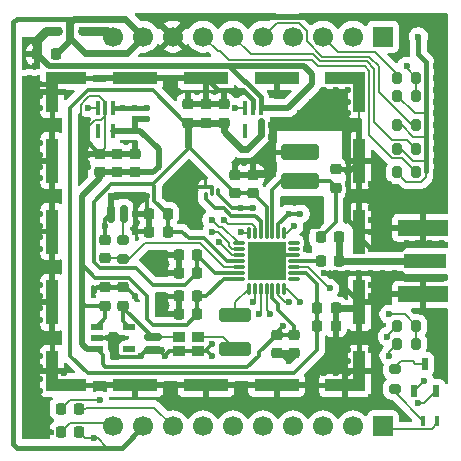
<source format=gtl>
%TF.GenerationSoftware,KiCad,Pcbnew,9.0.4*%
%TF.CreationDate,2025-11-06T05:05:03+09:00*%
%TF.ProjectId,GPS_FrontEnd,4750535f-4672-46f6-9e74-456e642e6b69,Rev.1.1*%
%TF.SameCoordinates,Original*%
%TF.FileFunction,Copper,L1,Top*%
%TF.FilePolarity,Positive*%
%FSLAX46Y46*%
G04 Gerber Fmt 4.6, Leading zero omitted, Abs format (unit mm)*
G04 Created by KiCad (PCBNEW 9.0.4) date 2025-11-06 05:05:03*
%MOMM*%
%LPD*%
G01*
G04 APERTURE LIST*
G04 Aperture macros list*
%AMRoundRect*
0 Rectangle with rounded corners*
0 $1 Rounding radius*
0 $2 $3 $4 $5 $6 $7 $8 $9 X,Y pos of 4 corners*
0 Add a 4 corners polygon primitive as box body*
4,1,4,$2,$3,$4,$5,$6,$7,$8,$9,$2,$3,0*
0 Add four circle primitives for the rounded corners*
1,1,$1+$1,$2,$3*
1,1,$1+$1,$4,$5*
1,1,$1+$1,$6,$7*
1,1,$1+$1,$8,$9*
0 Add four rect primitives between the rounded corners*
20,1,$1+$1,$2,$3,$4,$5,0*
20,1,$1+$1,$4,$5,$6,$7,0*
20,1,$1+$1,$6,$7,$8,$9,0*
20,1,$1+$1,$8,$9,$2,$3,0*%
%AMFreePoly0*
4,1,15,0.300000,0.230000,0.303536,0.228536,0.305000,0.225000,0.305000,-1.475000,0.303536,-1.478536,0.300000,-1.480000,-0.300000,-1.480000,-0.303536,-1.478536,-0.305000,-1.475000,-0.305000,0.225000,-0.303536,0.228536,-0.300000,0.230000,-0.300000,0.325000,0.300000,0.325000,0.300000,0.230000,0.300000,0.230000,$1*%
%AMFreePoly1*
4,1,17,0.503536,2.908536,0.505000,2.905000,0.505000,0.505000,2.905000,0.505000,2.908536,0.503536,2.910000,0.500000,2.910000,-0.500000,2.908536,-0.503536,2.905000,-0.505000,-0.500000,-0.505000,-0.503536,-0.503536,-0.505000,-0.500000,-0.505000,2.905000,-0.503536,2.908536,-0.500000,2.910000,0.500000,2.910000,0.503536,2.908536,0.503536,2.908536,$1*%
%AMFreePoly2*
4,1,17,0.503536,2.908536,0.505000,2.905000,0.505000,-0.500000,0.503536,-0.503536,0.500000,-0.505000,-2.905000,-0.505000,-2.908536,-0.503536,-2.910000,-0.500000,-2.910000,0.500000,-2.908536,0.503536,-2.905000,0.505000,-0.505000,0.505000,-0.505000,2.905000,-0.503536,2.908536,-0.500000,2.910000,0.500000,2.910000,0.503536,2.908536,0.503536,2.908536,$1*%
%AMFreePoly3*
4,1,17,0.503536,0.503536,0.505000,0.500000,0.505000,-2.905000,0.503536,-2.908536,0.500000,-2.910000,-0.500000,-2.910000,-0.503536,-2.908536,-0.505000,-2.905000,-0.505000,-0.505000,-2.905000,-0.505000,-2.908536,-0.503536,-2.910000,-0.500000,-2.910000,0.500000,-2.908536,0.503536,-2.905000,0.505000,0.500000,0.505000,0.503536,0.503536,0.503536,0.503536,$1*%
%AMFreePoly4*
4,1,17,2.908536,0.503536,2.910000,0.500000,2.910000,-0.500000,2.908536,-0.503536,2.905000,-0.505000,0.505000,-0.505000,0.505000,-2.905000,0.503536,-2.908536,0.500000,-2.910000,-0.500000,-2.910000,-0.503536,-2.908536,-0.505000,-2.905000,-0.505000,0.500000,-0.503536,0.503536,-0.500000,0.505000,2.905000,0.505000,2.908536,0.503536,2.908536,0.503536,$1*%
G04 Aperture macros list end*
%TA.AperFunction,ComponentPad*%
%ADD10R,1.700000X1.700000*%
%TD*%
%TA.AperFunction,ComponentPad*%
%ADD11C,1.700000*%
%TD*%
%TA.AperFunction,SMDPad,CuDef*%
%ADD12RoundRect,0.200000X-0.200000X-0.275000X0.200000X-0.275000X0.200000X0.275000X-0.200000X0.275000X0*%
%TD*%
%TA.AperFunction,SMDPad,CuDef*%
%ADD13R,0.250000X0.325000*%
%TD*%
%TA.AperFunction,SMDPad,CuDef*%
%ADD14RoundRect,0.225000X-0.225000X-0.250000X0.225000X-0.250000X0.225000X0.250000X-0.225000X0.250000X0*%
%TD*%
%TA.AperFunction,SMDPad,CuDef*%
%ADD15RoundRect,0.225000X0.250000X-0.225000X0.250000X0.225000X-0.250000X0.225000X-0.250000X-0.225000X0*%
%TD*%
%TA.AperFunction,SMDPad,CuDef*%
%ADD16RoundRect,0.165000X-0.585000X0.165000X-0.585000X-0.165000X0.585000X-0.165000X0.585000X0.165000X0*%
%TD*%
%TA.AperFunction,SMDPad,CuDef*%
%ADD17RoundRect,0.200000X0.200000X0.275000X-0.200000X0.275000X-0.200000X-0.275000X0.200000X-0.275000X0*%
%TD*%
%TA.AperFunction,SMDPad,CuDef*%
%ADD18R,0.393700X0.812800*%
%TD*%
%TA.AperFunction,SMDPad,CuDef*%
%ADD19RoundRect,0.033750X-0.101250X0.461250X-0.101250X-0.461250X0.101250X-0.461250X0.101250X0.461250X0*%
%TD*%
%TA.AperFunction,SMDPad,CuDef*%
%ADD20RoundRect,0.033750X-0.461250X0.101250X-0.461250X-0.101250X0.461250X-0.101250X0.461250X0.101250X0*%
%TD*%
%TA.AperFunction,SMDPad,CuDef*%
%ADD21R,3.250000X3.250000*%
%TD*%
%TA.AperFunction,SMDPad,CuDef*%
%ADD22RoundRect,0.225000X0.225000X0.250000X-0.225000X0.250000X-0.225000X-0.250000X0.225000X-0.250000X0*%
%TD*%
%TA.AperFunction,SMDPad,CuDef*%
%ADD23RoundRect,0.304347X1.295653X-0.395653X1.295653X0.395653X-1.295653X0.395653X-1.295653X-0.395653X0*%
%TD*%
%TA.AperFunction,SMDPad,CuDef*%
%ADD24RoundRect,0.100000X-0.100000X0.495000X-0.100000X-0.495000X0.100000X-0.495000X0.100000X0.495000X0*%
%TD*%
%TA.AperFunction,SMDPad,CuDef*%
%ADD25R,1.000000X0.599999*%
%TD*%
%TA.AperFunction,SMDPad,CuDef*%
%ADD26R,0.558800X1.016000*%
%TD*%
%TA.AperFunction,SMDPad,CuDef*%
%ADD27R,1.000000X0.900000*%
%TD*%
%TA.AperFunction,SMDPad,CuDef*%
%ADD28RoundRect,0.200000X0.275000X-0.200000X0.275000X0.200000X-0.275000X0.200000X-0.275000X-0.200000X0*%
%TD*%
%TA.AperFunction,SMDPad,CuDef*%
%ADD29R,0.600000X0.800000*%
%TD*%
%TA.AperFunction,SMDPad,CuDef*%
%ADD30FreePoly0,180.000000*%
%TD*%
%TA.AperFunction,SMDPad,CuDef*%
%ADD31R,0.600000X0.650000*%
%TD*%
%TA.AperFunction,SMDPad,CuDef*%
%ADD32RoundRect,0.225000X-0.250000X0.225000X-0.250000X-0.225000X0.250000X-0.225000X0.250000X0.225000X0*%
%TD*%
%TA.AperFunction,SMDPad,CuDef*%
%ADD33R,3.600000X1.270000*%
%TD*%
%TA.AperFunction,SMDPad,CuDef*%
%ADD34R,4.200000X1.350000*%
%TD*%
%TA.AperFunction,SMDPad,CuDef*%
%ADD35RoundRect,0.165000X0.165000X0.585000X-0.165000X0.585000X-0.165000X-0.585000X0.165000X-0.585000X0*%
%TD*%
%TA.AperFunction,SMDPad,CuDef*%
%ADD36FreePoly1,0.000000*%
%TD*%
%TA.AperFunction,SMDPad,CuDef*%
%ADD37R,3.800000X1.000000*%
%TD*%
%TA.AperFunction,SMDPad,CuDef*%
%ADD38FreePoly2,0.000000*%
%TD*%
%TA.AperFunction,SMDPad,CuDef*%
%ADD39R,1.000000X3.800000*%
%TD*%
%TA.AperFunction,SMDPad,CuDef*%
%ADD40FreePoly3,0.000000*%
%TD*%
%TA.AperFunction,SMDPad,CuDef*%
%ADD41FreePoly4,0.000000*%
%TD*%
%TA.AperFunction,SMDPad,CuDef*%
%ADD42RoundRect,0.218750X-0.218750X-0.256250X0.218750X-0.256250X0.218750X0.256250X-0.218750X0.256250X0*%
%TD*%
%TA.AperFunction,SMDPad,CuDef*%
%ADD43RoundRect,0.250000X1.100000X-0.325000X1.100000X0.325000X-1.100000X0.325000X-1.100000X-0.325000X0*%
%TD*%
%TA.AperFunction,SMDPad,CuDef*%
%ADD44RoundRect,0.218750X0.218750X0.256250X-0.218750X0.256250X-0.218750X-0.256250X0.218750X-0.256250X0*%
%TD*%
%TA.AperFunction,ViaPad*%
%ADD45C,0.600000*%
%TD*%
%TA.AperFunction,Conductor*%
%ADD46C,0.300000*%
%TD*%
%TA.AperFunction,Conductor*%
%ADD47C,0.600000*%
%TD*%
%TA.AperFunction,Conductor*%
%ADD48C,0.200000*%
%TD*%
%TA.AperFunction,Conductor*%
%ADD49C,0.400000*%
%TD*%
%TA.AperFunction,Conductor*%
%ADD50C,0.500000*%
%TD*%
%TA.AperFunction,Conductor*%
%ADD51C,0.350000*%
%TD*%
%TA.AperFunction,Conductor*%
%ADD52C,0.800000*%
%TD*%
G04 APERTURE END LIST*
D10*
%TO.P,J2,1,Pin_1*%
%TO.N,unconnected-(J2-Pin_1-Pad1)*%
X154360000Y-81500000D03*
D11*
%TO.P,J2,2,Pin_2*%
%TO.N,RF_ANTFLAG*%
X151820000Y-81500000D03*
%TO.P,J2,3,Pin_3*%
%TO.N,RF_SHDN*%
X149280000Y-81500000D03*
%TO.P,J2,4,Pin_4*%
%TO.N,RF_LD*%
X146740000Y-81500000D03*
%TO.P,J2,5,Pin_5*%
%TO.N,RF_SDATA*%
X144200000Y-81500000D03*
%TO.P,J2,6,Pin_6*%
%TO.N,RF_SCLK*%
X141660000Y-81500000D03*
%TO.P,J2,7,Pin_7*%
%TO.N,RF_CS*%
X139120000Y-81500000D03*
%TO.P,J2,8,Pin_8*%
%TO.N,RF_GNDA*%
X136580000Y-81500000D03*
%TO.P,J2,9,Pin_9*%
%TO.N,RF_GND*%
X134040000Y-81500000D03*
%TO.P,J2,10,Pin_10*%
%TO.N,RF_3.3V*%
X131500000Y-81500000D03*
%TD*%
D12*
%TO.P,R2,1*%
%TO.N,+3.3VP*%
X155535000Y-93000000D03*
%TO.P,R2,2*%
%TO.N,RF_CS*%
X157185000Y-93000000D03*
%TD*%
D13*
%TO.P,U2,1,INPUT*%
%TO.N,Net-(U1-LNAOUT)*%
X140360000Y-94500000D03*
%TO.P,U2,2,GND*%
%TO.N,RF_GNDA*%
X139860001Y-94212500D03*
%TO.P,U2,3,GND*%
X139360002Y-94212500D03*
%TO.P,U2,4,OUTPUT*%
%TO.N,Net-(U1-MIXIN)*%
X139360002Y-94787500D03*
%TO.P,U2,5,GND*%
%TO.N,RF_GNDA*%
X139860001Y-94787500D03*
%TD*%
D14*
%TO.P,C17,1*%
%TO.N,RF_GNDA*%
X137085000Y-103500000D03*
%TO.P,C17,2*%
%TO.N,+3.3VP*%
X138635000Y-103500000D03*
%TD*%
D15*
%TO.P,C10,1*%
%TO.N,Net-(U5-OUT)*%
X132360000Y-104275000D03*
%TO.P,C10,2*%
%TO.N,RF_GNDA*%
X132360000Y-102725000D03*
%TD*%
%TO.P,C15,1*%
%TO.N,+3.3VA*%
X141860000Y-94775000D03*
%TO.P,C15,2*%
%TO.N,RF_GNDA*%
X141860000Y-93225000D03*
%TD*%
D14*
%TO.P,C13,1*%
%TO.N,RF_GNDA*%
X137085000Y-100000000D03*
%TO.P,C13,2*%
%TO.N,+3.3VA*%
X138635000Y-100000000D03*
%TD*%
D12*
%TO.P,R6,1*%
%TO.N,RF_SHDN*%
X155535000Y-85000000D03*
%TO.P,R6,2*%
%TO.N,Net-(U1-~{SHDN})*%
X157185000Y-85000000D03*
%TD*%
D15*
%TO.P,C16,1*%
%TO.N,+3.3VA*%
X143360000Y-94775000D03*
%TO.P,C16,2*%
%TO.N,RF_GNDA*%
X143360000Y-93225000D03*
%TD*%
D16*
%TO.P,C6,1*%
%TO.N,Net-(U5-OUT)*%
X134860000Y-106960000D03*
%TO.P,C6,2*%
%TO.N,RF_GNDA*%
X134860000Y-108040000D03*
%TD*%
D17*
%TO.P,R5,1*%
%TO.N,Net-(U1-~{IDLE})*%
X157185000Y-107500000D03*
%TO.P,R5,2*%
%TO.N,RF_IDEL*%
X155535000Y-107500000D03*
%TD*%
D18*
%TO.P,LED1,1*%
%TO.N,Net-(LED1-Pad1)*%
X157756750Y-114000000D03*
%TO.P,LED1,2*%
%TO.N,RF_3.3V*%
X158963250Y-114000000D03*
%TD*%
D19*
%TO.P,U1,1,ANTFLAG*%
%TO.N,RF_ANTFLAG*%
X146000000Y-98140000D03*
%TO.P,U1,2,LNAOUT*%
%TO.N,Net-(U1-LNAOUT)*%
X145500000Y-98140000D03*
%TO.P,U1,3,ANTBIAS*%
%TO.N,Net-(U1-ANTBIAS)*%
X145000000Y-98140000D03*
%TO.P,U1,4,VCCRF*%
%TO.N,+3.3VA*%
X144500000Y-98140000D03*
%TO.P,U1,5,MIXIN*%
%TO.N,Net-(U1-MIXIN)*%
X144000000Y-98140000D03*
%TO.P,U1,6,LD*%
%TO.N,RF_LD*%
X143500000Y-98140000D03*
%TO.P,U1,7,~{SHDN}*%
%TO.N,Net-(U1-~{SHDN})*%
X143000000Y-98140000D03*
D20*
%TO.P,U1,8,SDATA*%
%TO.N,RF_SDATA*%
X142140000Y-99000000D03*
%TO.P,U1,9,SCLK*%
%TO.N,RF_SCLK*%
X142140000Y-99500000D03*
%TO.P,U1,10,~{CS}*%
%TO.N,RF_CS*%
X142140000Y-100000000D03*
%TO.P,U1,11,VCCVCO*%
%TO.N,+3.3VA*%
X142140000Y-100500000D03*
%TO.P,U1,12,CPOUT*%
%TO.N,Net-(U1-CPOUT)*%
X142140000Y-101000000D03*
%TO.P,U1,13,VCCCP*%
%TO.N,+3.3VA*%
X142140000Y-101500000D03*
%TO.P,U1,14,VCCD*%
%TO.N,+3.3VP*%
X142140000Y-102000000D03*
D19*
%TO.P,U1,15,XTAL*%
%TO.N,Net-(U1-XTAL)*%
X143000000Y-102860000D03*
%TO.P,U1,16,CLKOUT*%
%TO.N,Net-(U1-CLKOUT)*%
X143500000Y-102860000D03*
%TO.P,U1,17,Q1*%
%TO.N,RF_Q1*%
X144000000Y-102860000D03*
%TO.P,U1,18,Q0*%
%TO.N,RF_Q0*%
X144500000Y-102860000D03*
%TO.P,U1,19,VCCADC*%
%TO.N,+3.3VP*%
X145000000Y-102860000D03*
%TO.P,U1,20,I0*%
%TO.N,RF_I0*%
X145500000Y-102860000D03*
%TO.P,U1,21,I1*%
%TO.N,RF_I1*%
X146000000Y-102860000D03*
D20*
%TO.P,U1,22,N.C.*%
%TO.N,unconnected-(U1-N.C.-Pad22)*%
X146860000Y-102000000D03*
%TO.P,U1,23,VCCIF*%
%TO.N,+3.3VA*%
X146860000Y-101500000D03*
%TO.P,U1,24,~{IDLE}*%
%TO.N,Net-(U1-~{IDLE})*%
X146860000Y-101000000D03*
%TO.P,U1,25,LNA2*%
%TO.N,Net-(U1-LNA2)*%
X146860000Y-100500000D03*
%TO.P,U1,26,PGM*%
%TO.N,RF_GNDA*%
X146860000Y-100000000D03*
%TO.P,U1,27,LNA1*%
%TO.N,unconnected-(U1-LNA1-Pad27)*%
X146860000Y-99500000D03*
%TO.P,U1,28,N.C.__1*%
%TO.N,unconnected-(U1-N.C.__1-Pad28)*%
X146860000Y-99000000D03*
D21*
%TO.P,U1,29,EP*%
%TO.N,RF_GNDA*%
X144500000Y-100500000D03*
%TD*%
D22*
%TO.P,C1,1*%
%TO.N,Net-(C1-Pad1)*%
X150635000Y-100500000D03*
%TO.P,C1,2*%
%TO.N,Net-(U1-LNA2)*%
X149085000Y-100500000D03*
%TD*%
D23*
%TO.P,C3,1*%
%TO.N,Net-(U1-ANTBIAS)*%
X147360000Y-93750000D03*
%TO.P,C3,2*%
%TO.N,RF_GNDA*%
X147360000Y-91250000D03*
%TD*%
D24*
%TO.P,U3,1,IN*%
%TO.N,Net-(U3-IN)*%
X144010000Y-87540000D03*
%TO.P,U3,2,GND*%
%TO.N,RF_GNDA*%
X143360000Y-87540000D03*
%TO.P,U3,3,~{SHDN}*%
%TO.N,Net-(U3-IN)*%
X142710000Y-87540000D03*
%TO.P,U3,4*%
%TO.N,N/C*%
X142710000Y-89460000D03*
%TO.P,U3,5,OUT*%
%TO.N,+3.3VA*%
X144010000Y-89460000D03*
%TD*%
D14*
%TO.P,C4,1*%
%TO.N,Net-(U3-IN)*%
X125085000Y-83000000D03*
%TO.P,C4,2*%
%TO.N,RF_GND*%
X126635000Y-83000000D03*
%TD*%
D12*
%TO.P,R3,1*%
%TO.N,+3.3VP*%
X155535000Y-91000000D03*
%TO.P,R3,2*%
%TO.N,RF_SCLK*%
X157185000Y-91000000D03*
%TD*%
D15*
%TO.P,C27,1*%
%TO.N,+3.3VA*%
X140860000Y-88775000D03*
%TO.P,C27,2*%
%TO.N,RF_GNDA*%
X140860000Y-87225000D03*
%TD*%
D24*
%TO.P,U4,1,IN*%
%TO.N,Net-(U3-IN)*%
X131510000Y-87540000D03*
%TO.P,U4,2,GND*%
%TO.N,RF_GNDA*%
X130860000Y-87540000D03*
%TO.P,U4,3,~{SHDN}*%
%TO.N,Net-(U3-IN)*%
X130210000Y-87540000D03*
%TO.P,U4,4*%
%TO.N,N/C*%
X130210000Y-89460000D03*
%TO.P,U4,5,OUT*%
%TO.N,+3.3VP*%
X131510000Y-89460000D03*
%TD*%
D25*
%TO.P,U5,1,IN*%
%TO.N,+3.3VP*%
X130110000Y-106049999D03*
%TO.P,U5,2,GND*%
%TO.N,RF_GNDA*%
X130110000Y-107000000D03*
%TO.P,U5,3,EN*%
%TO.N,+3.3VP*%
X130110000Y-107949998D03*
%TO.P,U5,4,NC*%
%TO.N,unconnected-(U5-NC-Pad4)*%
X132860000Y-107949998D03*
%TO.P,U5,5,OUT*%
%TO.N,Net-(U5-OUT)*%
X132860000Y-106049999D03*
%TD*%
D26*
%TO.P,U6,1*%
%TO.N,RF_LED*%
X156959998Y-111500000D03*
%TO.P,U6,2*%
%TO.N,RF_GND*%
X158860000Y-111500000D03*
%TO.P,U6,3*%
%TO.N,Net-(R9-Pad2)*%
X157909999Y-109214000D03*
%TD*%
D15*
%TO.P,C25,1*%
%TO.N,+3.3VA*%
X139360000Y-88775000D03*
%TO.P,C25,2*%
%TO.N,RF_GNDA*%
X139360000Y-87225000D03*
%TD*%
D12*
%TO.P,R4,1*%
%TO.N,+3.3VP*%
X155535000Y-89000000D03*
%TO.P,R4,2*%
%TO.N,RF_SDATA*%
X157185000Y-89000000D03*
%TD*%
D27*
%TO.P,Y1,1,NC/GND*%
%TO.N,RF_GNDA*%
X137047500Y-108112500D03*
%TO.P,Y1,2,GND*%
X138672500Y-108112500D03*
%TO.P,Y1,3,OUTPUT*%
%TO.N,Net-(Y1-OUTPUT)*%
X138672500Y-106887500D03*
%TO.P,Y1,4,VDC*%
%TO.N,Net-(U5-OUT)*%
X137047500Y-106887500D03*
%TD*%
D12*
%TO.P,R7,1*%
%TO.N,+3.3VP*%
X155535000Y-106000000D03*
%TO.P,R7,2*%
%TO.N,Net-(U1-~{IDLE})*%
X157185000Y-106000000D03*
%TD*%
D15*
%TO.P,C29,1*%
%TO.N,+3.3VP*%
X130360000Y-93000000D03*
%TO.P,C29,2*%
%TO.N,RF_GNDA*%
X130360000Y-91450000D03*
%TD*%
%TO.P,C28,1*%
%TO.N,+3.3VP*%
X131860000Y-93000000D03*
%TO.P,C28,2*%
%TO.N,RF_GNDA*%
X131860000Y-91450000D03*
%TD*%
D10*
%TO.P,J3,1,Pin_1*%
%TO.N,RF_3.3V*%
X154360000Y-114500000D03*
D11*
%TO.P,J3,2,Pin_2*%
%TO.N,RF_LED*%
X151820000Y-114500000D03*
%TO.P,J3,3,Pin_3*%
%TO.N,RF_IDEL*%
X149280000Y-114500000D03*
%TO.P,J3,4,Pin_4*%
%TO.N,RF_I1*%
X146740000Y-114500000D03*
%TO.P,J3,5,Pin_5*%
%TO.N,RF_I0*%
X144200000Y-114500000D03*
%TO.P,J3,6,Pin_6*%
%TO.N,RF_Q0*%
X141660000Y-114500000D03*
%TO.P,J3,7,Pin_7*%
%TO.N,RF_Q1*%
X139120000Y-114500000D03*
%TO.P,J3,8,Pin_8*%
%TO.N,RF_CLKOUT*%
X136580000Y-114500000D03*
%TO.P,J3,9,Pin_9*%
%TO.N,RF_GND*%
X134040000Y-114500000D03*
%TO.P,J3,10,Pin_10*%
%TO.N,RF_GNDA*%
X131500000Y-114500000D03*
%TD*%
D12*
%TO.P,R8,1*%
%TO.N,+3.3VP*%
X155535000Y-86500000D03*
%TO.P,R8,2*%
%TO.N,Net-(U1-~{SHDN})*%
X157185000Y-86500000D03*
%TD*%
D15*
%TO.P,C2,1*%
%TO.N,Net-(U1-ANTBIAS)*%
X150360000Y-94275000D03*
%TO.P,C2,2*%
%TO.N,RF_GNDA*%
X150360000Y-92725000D03*
%TD*%
D14*
%TO.P,C14,1*%
%TO.N,RF_GNDA*%
X137085000Y-101500000D03*
%TO.P,C14,2*%
%TO.N,+3.3VA*%
X138635000Y-101500000D03*
%TD*%
D28*
%TO.P,R9,1*%
%TO.N,Net-(LED1-Pad1)*%
X155360000Y-111325000D03*
%TO.P,R9,2*%
%TO.N,Net-(R9-Pad2)*%
X155360000Y-109675000D03*
%TD*%
D22*
%TO.P,C23,1*%
%TO.N,RF_CLKOUT*%
X128635000Y-113000000D03*
%TO.P,C23,2*%
%TO.N,Net-(U1-CLKOUT)*%
X127085000Y-113000000D03*
%TD*%
D29*
%TO.P,FL1,1*%
%TO.N,RF_3.3V*%
X128860000Y-81000000D03*
D30*
%TO.P,FL1,2*%
%TO.N,RF_GND*%
X127860000Y-81625000D03*
D31*
%TO.P,FL1,2_1*%
X127860000Y-80375000D03*
D29*
%TO.P,FL1,3*%
%TO.N,Net-(U3-IN)*%
X126860000Y-81000000D03*
%TD*%
D14*
%TO.P,C18,1*%
%TO.N,RF_GNDA*%
X137085000Y-105000000D03*
%TO.P,C18,2*%
%TO.N,+3.3VP*%
X138635000Y-105000000D03*
%TD*%
D32*
%TO.P,C22,1*%
%TO.N,+3.3VP*%
X145360000Y-106725000D03*
%TO.P,C22,2*%
%TO.N,RF_GNDA*%
X145360000Y-108275000D03*
%TD*%
D33*
%TO.P,J1,1*%
%TO.N,Net-(C1-Pad1)*%
X157922500Y-100500000D03*
D34*
%TO.P,J1,2_1*%
%TO.N,RF_GNDA*%
X157722500Y-103325000D03*
%TO.P,J1,3_1*%
X157722500Y-97675000D03*
%TD*%
D35*
%TO.P,C8,1*%
%TO.N,Net-(C8-Pad1)*%
X132400000Y-96500000D03*
%TO.P,C8,2*%
%TO.N,RF_GNDA*%
X131320000Y-96500000D03*
%TD*%
D15*
%TO.P,C24,1*%
%TO.N,+3.3VA*%
X137860000Y-88775000D03*
%TO.P,C24,2*%
%TO.N,RF_GNDA*%
X137860000Y-87225000D03*
%TD*%
D32*
%TO.P,C21,1*%
%TO.N,+3.3VP*%
X146860000Y-106725000D03*
%TO.P,C21,2*%
%TO.N,RF_GNDA*%
X146860000Y-108275000D03*
%TD*%
D28*
%TO.P,R1,1*%
%TO.N,Net-(U1-CPOUT)*%
X132360000Y-100325000D03*
%TO.P,R1,2*%
%TO.N,Net-(C8-Pad1)*%
X132360000Y-98675000D03*
%TD*%
D36*
%TO.P,J4,SH1,SHIELD*%
%TO.N,RF_GNDA*%
X126355000Y-111005000D03*
D37*
%TO.P,J4,SH2,SHIELD*%
X133360000Y-111005000D03*
%TO.P,J4,SH3,SHIELD*%
X139360000Y-111005000D03*
%TO.P,J4,SH4,SHIELD*%
X145360000Y-111005000D03*
D38*
%TO.P,J4,SH5,SHIELD*%
X152365000Y-111005000D03*
D39*
%TO.P,J4,SH6,SHIELD*%
X152365000Y-104000000D03*
%TO.P,J4,SH7,SHIELD*%
X152365000Y-98000000D03*
%TO.P,J4,SH8,SHIELD*%
X152365000Y-92000000D03*
D40*
%TO.P,J4,SH9,SHIELD*%
X152365000Y-84995000D03*
D37*
%TO.P,J4,SH10,SHIELD*%
X145360000Y-84995000D03*
%TO.P,J4,SH11,SHIELD*%
X139360000Y-84995000D03*
%TO.P,J4,SH12,SHIELD*%
X133360000Y-84995000D03*
D41*
%TO.P,J4,SH13,SHIELD*%
X126355000Y-84995000D03*
D39*
%TO.P,J4,SH14,SHIELD*%
X126355000Y-92000000D03*
%TO.P,J4,SH15,SHIELD*%
X126355000Y-98000000D03*
%TO.P,J4,SH16,SHIELD*%
X126355000Y-104000000D03*
%TD*%
D15*
%TO.P,C7,1*%
%TO.N,Net-(U1-CPOUT)*%
X130860000Y-100275000D03*
%TO.P,C7,2*%
%TO.N,RF_GNDA*%
X130860000Y-98725000D03*
%TD*%
D14*
%TO.P,C11,1*%
%TO.N,RF_GNDA*%
X134585000Y-96500000D03*
%TO.P,C11,2*%
%TO.N,+3.3VA*%
X136135000Y-96500000D03*
%TD*%
%TO.P,C20,1*%
%TO.N,+3.3VA*%
X148810000Y-106000000D03*
%TO.P,C20,2*%
%TO.N,RF_GNDA*%
X150360000Y-106000000D03*
%TD*%
D42*
%TO.P,L2,1,1*%
%TO.N,RF_GNDA*%
X127072500Y-115000000D03*
%TO.P,L2,2,2*%
%TO.N,RF_GND*%
X128647500Y-115000000D03*
%TD*%
D15*
%TO.P,C9,1*%
%TO.N,+3.3VP*%
X130860000Y-104275000D03*
%TO.P,C9,2*%
%TO.N,RF_GNDA*%
X130860000Y-102725000D03*
%TD*%
D14*
%TO.P,C19,1*%
%TO.N,+3.3VA*%
X148810000Y-104490000D03*
%TO.P,C19,2*%
%TO.N,RF_GNDA*%
X150360000Y-104490000D03*
%TD*%
D43*
%TO.P,C5,1*%
%TO.N,Net-(Y1-OUTPUT)*%
X141860000Y-107975000D03*
%TO.P,C5,2*%
%TO.N,Net-(U1-XTAL)*%
X141860000Y-105025000D03*
%TD*%
D14*
%TO.P,C12,1*%
%TO.N,RF_GNDA*%
X134585000Y-98000000D03*
%TO.P,C12,2*%
%TO.N,+3.3VA*%
X136135000Y-98000000D03*
%TD*%
D44*
%TO.P,L1,1,1*%
%TO.N,Net-(C1-Pad1)*%
X150647500Y-98500000D03*
%TO.P,L1,2,2*%
%TO.N,Net-(U1-ANTBIAS)*%
X149072500Y-98500000D03*
%TD*%
D15*
%TO.P,C26,1*%
%TO.N,+3.3VP*%
X133360000Y-93000000D03*
%TO.P,C26,2*%
%TO.N,RF_GNDA*%
X133360000Y-91450000D03*
%TD*%
D45*
%TO.N,RF_GNDA*%
X148860000Y-96500000D03*
X156360000Y-99000000D03*
X147860000Y-98500000D03*
X149360000Y-87000000D03*
X151360000Y-108000000D03*
X150360000Y-87000000D03*
X125360000Y-102500000D03*
X125360000Y-89500000D03*
X151360000Y-94000000D03*
X133360000Y-96500000D03*
X143360000Y-92000000D03*
X147860000Y-89000000D03*
X125360000Y-88500000D03*
X148860000Y-97500000D03*
X154360000Y-99500000D03*
X135860000Y-105000000D03*
X154860000Y-94000000D03*
X158360000Y-99000000D03*
X151360000Y-87000000D03*
X147860000Y-97500000D03*
X144860000Y-90000000D03*
X152360000Y-101500000D03*
X143360000Y-100500000D03*
X142360000Y-92000000D03*
X145860000Y-89000000D03*
X151360000Y-95000000D03*
X148360000Y-87000000D03*
X159360000Y-99000000D03*
X148860000Y-95500000D03*
X154860000Y-95000000D03*
X150360000Y-108000000D03*
X158360000Y-107500000D03*
X158860000Y-83000000D03*
X132360000Y-107000000D03*
X135860000Y-101500000D03*
X144860000Y-89000000D03*
X131360000Y-107000000D03*
X132860000Y-95000000D03*
X153360000Y-94000000D03*
X151360000Y-93000000D03*
X158860000Y-82000000D03*
X155860000Y-96000000D03*
X145860000Y-95500000D03*
X129360000Y-90500000D03*
X125360000Y-111500000D03*
X151360000Y-109000000D03*
X156860000Y-95000000D03*
X154360000Y-102500000D03*
X125360000Y-100500000D03*
X151360000Y-110000000D03*
X129860000Y-103000000D03*
X155860000Y-95000000D03*
X153360000Y-102500000D03*
X125360000Y-85500000D03*
X158360000Y-106000000D03*
X125360000Y-103500000D03*
X125360000Y-90500000D03*
X125360000Y-101500000D03*
X136360000Y-94000000D03*
X158860000Y-95000000D03*
X125360000Y-112500000D03*
X158860000Y-81000000D03*
X125360000Y-86500000D03*
X133860000Y-108500000D03*
X158860000Y-89000000D03*
X133360000Y-103500000D03*
X135860000Y-103500000D03*
X125360000Y-104500000D03*
X148360000Y-88000000D03*
X158860000Y-91000000D03*
X143860000Y-99500000D03*
X151360000Y-90000000D03*
X129360000Y-91500000D03*
X156860000Y-96000000D03*
X155360000Y-99500000D03*
X158860000Y-85000000D03*
X158860000Y-90000000D03*
X153360000Y-98000000D03*
X135860000Y-108500000D03*
X151360000Y-101500000D03*
X159360000Y-102000000D03*
X150360000Y-86000000D03*
X139860000Y-107500000D03*
X158860000Y-92000000D03*
X151360000Y-96000000D03*
X144860000Y-93000000D03*
X158860000Y-80000000D03*
X125360000Y-110500000D03*
X127360000Y-110000000D03*
X157860000Y-80000000D03*
X153360000Y-97000000D03*
X144860000Y-92000000D03*
X149360000Y-86000000D03*
X151360000Y-92000000D03*
X158860000Y-88000000D03*
X125360000Y-107500000D03*
X153360000Y-103500000D03*
X147860000Y-99500000D03*
X151360000Y-91000000D03*
X158860000Y-93000000D03*
X154360000Y-103500000D03*
X151360000Y-86000000D03*
X153360000Y-99500000D03*
X156360000Y-102000000D03*
X158860000Y-86000000D03*
X150360000Y-101500000D03*
X125360000Y-98500000D03*
X153360000Y-96000000D03*
X145360000Y-99500000D03*
X158860000Y-96000000D03*
X125360000Y-96500000D03*
X146360000Y-109000000D03*
X148860000Y-89000000D03*
X129360000Y-92500000D03*
X147360000Y-88000000D03*
X135860000Y-95000000D03*
X151360000Y-88000000D03*
X158360000Y-102000000D03*
X158860000Y-84000000D03*
X155360000Y-101500000D03*
X139860000Y-108500000D03*
X154860000Y-96000000D03*
X150360000Y-88000000D03*
X150860000Y-89000000D03*
X131860000Y-108500000D03*
X125360000Y-95500000D03*
X146860000Y-95500000D03*
X153360000Y-112000000D03*
X145360000Y-100500000D03*
X125360000Y-106500000D03*
X125360000Y-94500000D03*
X145360000Y-112000000D03*
X125360000Y-109500000D03*
X158860000Y-87000000D03*
X125360000Y-97500000D03*
X153360000Y-108000000D03*
X158860000Y-94000000D03*
X143860000Y-101500000D03*
X153360000Y-101500000D03*
X146860000Y-89000000D03*
X157360000Y-99000000D03*
X144500000Y-100500000D03*
X125360000Y-99500000D03*
X135860000Y-100000000D03*
X149360000Y-88000000D03*
X134360000Y-95000000D03*
X153360000Y-95000000D03*
X131360000Y-95000000D03*
X149360000Y-110000000D03*
X150360000Y-109000000D03*
X149860000Y-89000000D03*
X154360000Y-101500000D03*
X125360000Y-93500000D03*
X130860000Y-97500000D03*
X149360000Y-101500000D03*
X125360000Y-105500000D03*
X153360000Y-92000000D03*
X157860000Y-96000000D03*
X125360000Y-92500000D03*
X149360000Y-109000000D03*
X144860000Y-91000000D03*
X147860000Y-95500000D03*
X150360000Y-110000000D03*
X133360000Y-98000000D03*
X145360000Y-101500000D03*
X157360000Y-102000000D03*
X125360000Y-87500000D03*
X125360000Y-91500000D03*
X157860000Y-95000000D03*
X125360000Y-108500000D03*
%TO.N,+3.3VP*%
X134360000Y-88500000D03*
X145860000Y-106000000D03*
X133360000Y-88500000D03*
X154714846Y-106894802D03*
X157360000Y-81500000D03*
%TO.N,Net-(U1-CLKOUT)*%
X130360000Y-112299000D03*
X143360000Y-104000000D03*
%TO.N,RF_GND*%
X129860000Y-115500000D03*
X157360000Y-112500000D03*
%TO.N,Net-(U3-IN)*%
X124860000Y-84000000D03*
X129360000Y-87500000D03*
X124060000Y-82000000D03*
X124860000Y-82000000D03*
X141860000Y-87500000D03*
X134360000Y-87500000D03*
X132360000Y-87500000D03*
X144860000Y-87500000D03*
X124060000Y-83000000D03*
X124060000Y-84000000D03*
X133360000Y-87500000D03*
%TO.N,RF_LED*%
X157860000Y-110624000D03*
%TO.N,RF_IDEL*%
X154860000Y-108500000D03*
%TO.N,RF_CS*%
X140457120Y-98902880D03*
%TO.N,RF_SDATA*%
X139860000Y-97000000D03*
%TO.N,RF_SCLK*%
X139860000Y-98000000D03*
%TO.N,RF_LD*%
X140860000Y-97000000D03*
%TO.N,RF_Q1*%
X143860000Y-105000000D03*
%TO.N,RF_I0*%
X146360000Y-104000000D03*
%TO.N,RF_ANTFLAG*%
X146860000Y-97500000D03*
%TO.N,RF_I1*%
X147360000Y-104000000D03*
%TO.N,RF_Q0*%
X144829048Y-105000000D03*
%TO.N,Net-(U1-~{IDLE})*%
X149860000Y-102799000D03*
X154860000Y-105000000D03*
%TO.N,Net-(U1-~{SHDN})*%
X156360000Y-84000000D03*
X142360000Y-98000000D03*
%TO.N,Net-(U1-LNAOUT)*%
X146360000Y-96500000D03*
X143360000Y-96000000D03*
X142360000Y-96000000D03*
X147360000Y-96500000D03*
%TD*%
D46*
%TO.N,Net-(U1-LNA2)*%
X146860000Y-100500000D02*
X149085000Y-100500000D01*
D47*
%TO.N,Net-(C1-Pad1)*%
X150635000Y-98512500D02*
X150647500Y-98500000D01*
X150635000Y-100500000D02*
X157922500Y-100500000D01*
X150635000Y-100500000D02*
X150635000Y-98512500D01*
D46*
%TO.N,RF_GNDA*%
X132360000Y-102725000D02*
X132585000Y-102725000D01*
D48*
X131500000Y-114500000D02*
X131224000Y-114224000D01*
D49*
X148860000Y-89000000D02*
X147860000Y-89000000D01*
X156360000Y-102000000D02*
X157360000Y-102000000D01*
D50*
X157658000Y-79798000D02*
X158860000Y-81000000D01*
D49*
X143360000Y-86883708D02*
X143360000Y-87540000D01*
D46*
X141860000Y-92500000D02*
X141860000Y-93225000D01*
D49*
X140365000Y-86000000D02*
X139360000Y-84995000D01*
D46*
X135860000Y-95000000D02*
X135860000Y-94500000D01*
D48*
X129360000Y-90500000D02*
X129410000Y-90500000D01*
D49*
X146860000Y-89000000D02*
X145860000Y-89000000D01*
D46*
X138672500Y-108112500D02*
X139472500Y-108112500D01*
X139472500Y-108112500D02*
X139860000Y-108500000D01*
D49*
X151085000Y-92725000D02*
X151360000Y-93000000D01*
D48*
X151875000Y-104490000D02*
X152365000Y-104000000D01*
X145000000Y-100000000D02*
X144500000Y-100500000D01*
X130334870Y-86500000D02*
X129497810Y-86500000D01*
D49*
X154360000Y-99500000D02*
X155360000Y-99500000D01*
X150360000Y-101500000D02*
X150360000Y-101995000D01*
X144860000Y-89000000D02*
X145860000Y-89000000D01*
X154360000Y-101500000D02*
X155360000Y-101500000D01*
D48*
X136580000Y-81500000D02*
X136580000Y-81280000D01*
D49*
X152360000Y-101500000D02*
X152360000Y-103995000D01*
X144860000Y-91500000D02*
X144860000Y-92000000D01*
X152360000Y-103995000D02*
X152365000Y-104000000D01*
X142476292Y-86000000D02*
X142918146Y-86441854D01*
X145360000Y-108275000D02*
X146860000Y-108275000D01*
D46*
X131360000Y-95000000D02*
X132860000Y-95000000D01*
D49*
X152360000Y-101500000D02*
X153360000Y-101500000D01*
X151365000Y-93000000D02*
X151365000Y-92005000D01*
X147860000Y-95500000D02*
X148860000Y-95500000D01*
D46*
X132009000Y-107351000D02*
X131711000Y-107351000D01*
D48*
X129111057Y-86899000D02*
X128759000Y-87251057D01*
D49*
X148860000Y-96500000D02*
X148860000Y-97500000D01*
D46*
X130860000Y-102725000D02*
X130135000Y-102725000D01*
D49*
X151360000Y-89500000D02*
X150860000Y-89000000D01*
D46*
X131860000Y-91450000D02*
X133360000Y-91450000D01*
X133860000Y-108500000D02*
X133759003Y-108600997D01*
X129410000Y-90500000D02*
X130360000Y-91450000D01*
X135400000Y-108040000D02*
X135860000Y-108500000D01*
X136360000Y-94000000D02*
X136572500Y-94212500D01*
X133759003Y-108600997D02*
X131960997Y-108600997D01*
D49*
X145360000Y-111005000D02*
X152365000Y-111005000D01*
X144860000Y-90500000D02*
X144860000Y-91500000D01*
D46*
X131860000Y-107500000D02*
X131360000Y-107000000D01*
D49*
X151360000Y-101500000D02*
X152360000Y-101500000D01*
X146860000Y-108275000D02*
X146860000Y-108500000D01*
D46*
X130360000Y-91450000D02*
X129410000Y-91450000D01*
X132009000Y-107351000D02*
X132360000Y-107000000D01*
X142360000Y-92000000D02*
X141860000Y-92500000D01*
D49*
X150860000Y-89000000D02*
X149860000Y-89000000D01*
D48*
X130860000Y-87540000D02*
X130860000Y-87025130D01*
X129497810Y-86500000D02*
X129111057Y-86886753D01*
D49*
X152365000Y-98000000D02*
X152365000Y-98505000D01*
D46*
X137085000Y-101500000D02*
X137085000Y-100000000D01*
D48*
X127848500Y-114224000D02*
X127072500Y-115000000D01*
X152365000Y-84995000D02*
X152365000Y-92000000D01*
D49*
X146860000Y-108500000D02*
X146360000Y-109000000D01*
X158360000Y-99000000D02*
X159360000Y-99000000D01*
X145110000Y-91250000D02*
X144860000Y-91000000D01*
X153360000Y-99500000D02*
X154360000Y-99500000D01*
X151360000Y-96995000D02*
X152365000Y-98000000D01*
D46*
X134860000Y-108040000D02*
X135400000Y-108040000D01*
D49*
X144860000Y-91500000D02*
X144860000Y-93000000D01*
D46*
X130135000Y-102725000D02*
X129860000Y-103000000D01*
D48*
X130860000Y-87540000D02*
X130860000Y-88182870D01*
D46*
X130860000Y-102725000D02*
X132360000Y-102725000D01*
D49*
X150360000Y-92725000D02*
X151085000Y-92725000D01*
X156360000Y-99000000D02*
X157360000Y-99000000D01*
D46*
X130360000Y-91450000D02*
X131860000Y-91450000D01*
D49*
X133360000Y-111005000D02*
X126355000Y-111005000D01*
D46*
X139247500Y-108112500D02*
X139860000Y-107500000D01*
X137085000Y-103500000D02*
X135860000Y-103500000D01*
D49*
X146860000Y-95500000D02*
X147860000Y-95500000D01*
X158360000Y-102000000D02*
X159360000Y-102000000D01*
X150360000Y-101500000D02*
X151360000Y-101500000D01*
D48*
X129410000Y-91450000D02*
X129360000Y-91500000D01*
D49*
X151360000Y-90000000D02*
X151360000Y-89500000D01*
X147860000Y-98500000D02*
X147860000Y-99500000D01*
D46*
X143360000Y-93225000D02*
X143360000Y-92000000D01*
D49*
X139360000Y-87225000D02*
X140860000Y-87225000D01*
X144860000Y-93000000D02*
X143585000Y-93000000D01*
D47*
X150360000Y-104490000D02*
X151875000Y-104490000D01*
D49*
X157360000Y-99000000D02*
X158360000Y-99000000D01*
D46*
X137085000Y-105000000D02*
X135860000Y-105000000D01*
D49*
X137860000Y-87225000D02*
X139360000Y-87225000D01*
X126355000Y-104000000D02*
X126355000Y-111005000D01*
X151360000Y-91000000D02*
X151360000Y-90000000D01*
D46*
X143585000Y-93000000D02*
X143360000Y-93225000D01*
D49*
X153360000Y-101500000D02*
X154360000Y-101500000D01*
X146585000Y-108275000D02*
X146110000Y-108750000D01*
D48*
X130860000Y-88182870D02*
X130478870Y-88564000D01*
D49*
X139360000Y-87225000D02*
X139360000Y-84995000D01*
X155860000Y-101500000D02*
X156360000Y-102000000D01*
D46*
X134585000Y-96500000D02*
X134585000Y-98000000D01*
D49*
X144860000Y-90500000D02*
X144860000Y-91000000D01*
X151360000Y-93000000D02*
X151360000Y-94000000D01*
D48*
X129111057Y-86886753D02*
X129111057Y-86899000D01*
D46*
X137085000Y-101500000D02*
X135860000Y-101500000D01*
D49*
X151365000Y-92005000D02*
X151360000Y-92000000D01*
D46*
X131320000Y-95040000D02*
X131360000Y-95000000D01*
D48*
X131224000Y-114224000D02*
X127848500Y-114224000D01*
D49*
X126355000Y-84995000D02*
X125850000Y-85500000D01*
X147860000Y-97500000D02*
X147860000Y-98500000D01*
D46*
X130860000Y-96960000D02*
X131320000Y-96500000D01*
D49*
X145360000Y-108275000D02*
X145635000Y-108275000D01*
X148860000Y-97500000D02*
X147860000Y-97500000D01*
D48*
X130860000Y-90950000D02*
X130360000Y-91450000D01*
D49*
X151360000Y-95000000D02*
X151360000Y-96000000D01*
X126355000Y-84995000D02*
X126355000Y-92000000D01*
X151360000Y-92000000D02*
X151360000Y-91000000D01*
D46*
X138785000Y-108000000D02*
X138672500Y-108112500D01*
X135860000Y-94500000D02*
X136360000Y-94000000D01*
X131860000Y-108500000D02*
X131860000Y-107500000D01*
X137085000Y-100000000D02*
X135860000Y-100000000D01*
D48*
X129941130Y-88564000D02*
X129360000Y-89145130D01*
X128759000Y-88544130D02*
X129360000Y-89145130D01*
D46*
X132585000Y-102725000D02*
X133360000Y-103500000D01*
D49*
X149360000Y-101500000D02*
X150360000Y-101500000D01*
X155860000Y-99500000D02*
X156360000Y-99000000D01*
X139360000Y-84995000D02*
X126355000Y-84995000D01*
X147360000Y-91250000D02*
X145110000Y-91250000D01*
D46*
X136572500Y-94212500D02*
X139360002Y-94212500D01*
D49*
X147860000Y-89000000D02*
X146860000Y-89000000D01*
X146860000Y-108275000D02*
X146585000Y-108275000D01*
D46*
X134360000Y-95000000D02*
X134360000Y-96275000D01*
D49*
X152365000Y-104000000D02*
X152365000Y-111005000D01*
X151360000Y-93000000D02*
X151365000Y-93000000D01*
D46*
X134585000Y-96500000D02*
X133360000Y-96500000D01*
X134860000Y-108040000D02*
X134320000Y-108040000D01*
D48*
X128759000Y-87251057D02*
X128759000Y-88544130D01*
D49*
X151360000Y-96000000D02*
X151360000Y-96995000D01*
X150360000Y-101995000D02*
X152365000Y-104000000D01*
X140365000Y-86000000D02*
X142476292Y-86000000D01*
D46*
X132860000Y-95000000D02*
X134360000Y-95000000D01*
D49*
X145860000Y-95500000D02*
X146860000Y-95500000D01*
X151365000Y-93000000D02*
X152365000Y-92000000D01*
D46*
X130860000Y-98725000D02*
X130860000Y-97500000D01*
D49*
X152365000Y-98505000D02*
X153360000Y-99500000D01*
X145635000Y-108275000D02*
X146110000Y-108750000D01*
D46*
X131711000Y-107351000D02*
X131360000Y-107000000D01*
D49*
X142918146Y-86441854D02*
X143360000Y-86883708D01*
D46*
X139360002Y-94212500D02*
X139860001Y-94212500D01*
D49*
X141860000Y-93225000D02*
X143360000Y-93225000D01*
X157360000Y-102000000D02*
X158360000Y-102000000D01*
D46*
X131360000Y-107000000D02*
X130110000Y-107000000D01*
D48*
X130478870Y-88564000D02*
X129941130Y-88564000D01*
D49*
X155360000Y-101500000D02*
X155860000Y-101500000D01*
D48*
X129360000Y-89145130D02*
X129360000Y-90500000D01*
D49*
X146110000Y-108750000D02*
X146360000Y-109000000D01*
X149860000Y-89000000D02*
X148860000Y-89000000D01*
X144748708Y-84995000D02*
X145360000Y-84995000D01*
D46*
X139860001Y-94212500D02*
X139860001Y-94787500D01*
X131960997Y-108600997D02*
X131860000Y-108500000D01*
D49*
X155360000Y-99500000D02*
X155860000Y-99500000D01*
D50*
X136580000Y-81280000D02*
X138062000Y-79798000D01*
D46*
X136247500Y-108112500D02*
X135860000Y-108500000D01*
X131320000Y-96500000D02*
X131320000Y-95040000D01*
D49*
X144860000Y-90000000D02*
X144860000Y-90500000D01*
D46*
X134585000Y-98000000D02*
X133360000Y-98000000D01*
X138672500Y-108112500D02*
X139247500Y-108112500D01*
X137085000Y-105000000D02*
X137085000Y-103500000D01*
D48*
X130860000Y-88182870D02*
X130860000Y-90950000D01*
D46*
X134320000Y-108040000D02*
X133860000Y-108500000D01*
D49*
X125850000Y-85500000D02*
X125360000Y-85500000D01*
D50*
X138062000Y-79798000D02*
X157658000Y-79798000D01*
D49*
X145360000Y-112000000D02*
X145360000Y-111005000D01*
D46*
X138672500Y-108112500D02*
X137047500Y-108112500D01*
D49*
X148860000Y-95500000D02*
X148860000Y-96500000D01*
D46*
X134360000Y-96275000D02*
X134585000Y-96500000D01*
D49*
X151360000Y-94000000D02*
X151360000Y-95000000D01*
X139360000Y-111005000D02*
X133360000Y-111005000D01*
D46*
X137047500Y-108112500D02*
X136247500Y-108112500D01*
D48*
X130860000Y-87025130D02*
X130334870Y-86500000D01*
D49*
X145360000Y-111005000D02*
X139360000Y-111005000D01*
X144860000Y-90000000D02*
X144860000Y-89000000D01*
D46*
X130860000Y-97500000D02*
X130860000Y-96960000D01*
X146860000Y-100000000D02*
X145000000Y-100000000D01*
%TO.N,Net-(U1-ANTBIAS)*%
X149835000Y-93750000D02*
X150360000Y-94275000D01*
X145000000Y-98140000D02*
X145000000Y-94510001D01*
X145000000Y-94510001D02*
X145760001Y-93750000D01*
X145760001Y-93750000D02*
X147360000Y-93750000D01*
X150360000Y-97212500D02*
X149072500Y-98500000D01*
X147360000Y-93750000D02*
X149835000Y-93750000D01*
X150360000Y-94275000D02*
X150360000Y-97212500D01*
D48*
%TO.N,Net-(Y1-OUTPUT)*%
X138672500Y-106887500D02*
X140772500Y-106887500D01*
X140772500Y-106887500D02*
X141860000Y-107975000D01*
%TO.N,Net-(U1-XTAL)*%
X141860000Y-104000000D02*
X141860000Y-105025000D01*
X143000000Y-102860000D02*
X141860000Y-104000000D01*
D46*
%TO.N,Net-(U5-OUT)*%
X132360000Y-104460000D02*
X134860000Y-106960000D01*
X132360000Y-105549999D02*
X132860000Y-106049999D01*
D48*
X136975000Y-106960000D02*
X137047500Y-106887500D01*
D46*
X132360000Y-104275000D02*
X132360000Y-105549999D01*
D48*
X134860000Y-106960000D02*
X136975000Y-106960000D01*
X132360000Y-104275000D02*
X132360000Y-104460000D01*
%TO.N,Net-(U1-CPOUT)*%
X132860000Y-100325000D02*
X132360000Y-100325000D01*
X134185000Y-99000000D02*
X132860000Y-100325000D01*
X142140000Y-101000000D02*
X140860000Y-101000000D01*
X138860000Y-99000000D02*
X134185000Y-99000000D01*
X132310000Y-100275000D02*
X132360000Y-100325000D01*
X140860000Y-101000000D02*
X138860000Y-99000000D01*
X130860000Y-100275000D02*
X132310000Y-100275000D01*
%TO.N,Net-(C8-Pad1)*%
X132360000Y-98675000D02*
X132360000Y-96540000D01*
X132360000Y-96540000D02*
X132400000Y-96500000D01*
%TO.N,+3.3VP*%
X154714846Y-106894802D02*
X154714846Y-106820154D01*
D46*
X139360000Y-103500000D02*
X140860000Y-102000000D01*
D50*
X128860000Y-107500000D02*
X129309998Y-107949998D01*
D46*
X135360000Y-105887500D02*
X134860000Y-105887500D01*
D48*
X155935000Y-89000000D02*
X156935000Y-90000000D01*
X157986000Y-93388064D02*
X157986000Y-92874000D01*
X156935000Y-90000000D02*
X158036000Y-90000000D01*
D46*
X130860000Y-104275000D02*
X130860000Y-105299999D01*
D48*
X156860000Y-92000000D02*
X158036000Y-92000000D01*
D50*
X133820000Y-89460000D02*
X135360000Y-91000000D01*
X128860000Y-95000000D02*
X130360000Y-93500000D01*
D46*
X145480048Y-104620048D02*
X146860000Y-106000000D01*
X130610000Y-109250000D02*
X130610000Y-108449998D01*
D48*
X156311000Y-93776000D02*
X157598064Y-93776000D01*
D46*
X129135000Y-104275000D02*
X128860000Y-104000000D01*
X130860000Y-109500000D02*
X130610000Y-109250000D01*
X145360000Y-106725000D02*
X146860000Y-106725000D01*
X130610000Y-108449998D02*
X130110000Y-107949998D01*
D50*
X133360000Y-89460000D02*
X133820000Y-89460000D01*
D46*
X132854822Y-101924000D02*
X134395411Y-103464589D01*
D50*
X130360000Y-93500000D02*
X130360000Y-93000000D01*
D46*
X146860000Y-106000000D02*
X146860000Y-106725000D01*
X145480048Y-104120048D02*
X145480048Y-104620048D01*
X128860000Y-100500000D02*
X128860000Y-100779343D01*
D49*
X157360000Y-83000000D02*
X157986000Y-83626000D01*
D46*
X130860000Y-105299999D02*
X130110000Y-106049999D01*
X138635000Y-105000000D02*
X138635000Y-103500000D01*
D50*
X131860000Y-93000000D02*
X130360000Y-93000000D01*
D46*
X130860000Y-104275000D02*
X129135000Y-104275000D01*
D50*
X133360000Y-89460000D02*
X133360000Y-88500000D01*
D46*
X145480048Y-106604952D02*
X145360000Y-106725000D01*
D48*
X154714846Y-106820154D02*
X155535000Y-106000000D01*
D46*
X134395411Y-103464589D02*
X134395411Y-105422911D01*
D50*
X133360000Y-88500000D02*
X134360000Y-88500000D01*
D49*
X157986000Y-83626000D02*
X157986000Y-92874000D01*
D50*
X131510000Y-89460000D02*
X133360000Y-89460000D01*
D46*
X145000000Y-102860000D02*
X145000000Y-103640000D01*
D49*
X157360000Y-81500000D02*
X157360000Y-83000000D01*
D50*
X129309998Y-107949998D02*
X130110000Y-107949998D01*
D46*
X143860000Y-108500000D02*
X142860000Y-109500000D01*
D50*
X128860000Y-105500000D02*
X128860000Y-107500000D01*
D48*
X155535000Y-86500000D02*
X157035000Y-88000000D01*
D46*
X128860000Y-100779343D02*
X130004657Y-101924000D01*
D50*
X135360000Y-91000000D02*
X135360000Y-92500000D01*
X134860000Y-93000000D02*
X133360000Y-93000000D01*
X128860000Y-100500000D02*
X128860000Y-95000000D01*
X128860000Y-104000000D02*
X128860000Y-105500000D01*
D48*
X155535000Y-89000000D02*
X155935000Y-89000000D01*
X157598064Y-93776000D02*
X157986000Y-93388064D01*
X155535000Y-93000000D02*
X156311000Y-93776000D01*
X157035000Y-88000000D02*
X158036000Y-88000000D01*
D46*
X143860000Y-108225000D02*
X143860000Y-108500000D01*
X138635000Y-103500000D02*
X139360000Y-103500000D01*
X134395411Y-105422911D02*
X134860000Y-105887500D01*
D48*
X155535000Y-91000000D02*
X155860000Y-91000000D01*
D50*
X133360000Y-93000000D02*
X131860000Y-93000000D01*
D46*
X140860000Y-102000000D02*
X142140000Y-102000000D01*
D48*
X155860000Y-91000000D02*
X156860000Y-92000000D01*
D50*
X135360000Y-92500000D02*
X134860000Y-93000000D01*
D46*
X145360000Y-106725000D02*
X143860000Y-108225000D01*
X130004657Y-101924000D02*
X132854822Y-101924000D01*
X137747500Y-105887500D02*
X138635000Y-105000000D01*
X145360000Y-106725000D02*
X145360000Y-106500000D01*
X137747500Y-105887500D02*
X135360000Y-105887500D01*
X145360000Y-106500000D02*
X145860000Y-106000000D01*
D50*
X128860000Y-104000000D02*
X128860000Y-100500000D01*
D46*
X145000000Y-103640000D02*
X145480048Y-104120048D01*
X142860000Y-109500000D02*
X130860000Y-109500000D01*
%TO.N,+3.3VA*%
X133436000Y-101076000D02*
X130365178Y-101076000D01*
X138635000Y-100000000D02*
X138635000Y-101500000D01*
X140135000Y-101500000D02*
X138635000Y-100000000D01*
X134860000Y-94000000D02*
X135011000Y-94151000D01*
X134860000Y-102500000D02*
X133436000Y-101076000D01*
X146860000Y-110000000D02*
X129360000Y-110000000D01*
D47*
X144010000Y-89460000D02*
X144010000Y-88650000D01*
D46*
X134860000Y-86000000D02*
X137635000Y-88775000D01*
X148810000Y-106000000D02*
X148810000Y-108050000D01*
X129360000Y-110000000D02*
X127860000Y-108500000D01*
X131360000Y-94000000D02*
X134860000Y-94000000D01*
X129860000Y-100570822D02*
X129860000Y-95500000D01*
X148810000Y-102450000D02*
X148810000Y-104490000D01*
X146860000Y-101500000D02*
X147860000Y-101500000D01*
X134860000Y-94000000D02*
X137860000Y-91000000D01*
X139184000Y-98549000D02*
X137909000Y-98549000D01*
X137635000Y-102500000D02*
X134860000Y-102500000D01*
X141135000Y-100500000D02*
X139184000Y-98549000D01*
D47*
X142860000Y-91000000D02*
X144010000Y-89850000D01*
X139360000Y-88775000D02*
X140860000Y-88775000D01*
X137860000Y-88775000D02*
X139360000Y-88775000D01*
D46*
X148810000Y-108050000D02*
X146860000Y-110000000D01*
D47*
X140860000Y-88775000D02*
X140860000Y-89500000D01*
D46*
X143360000Y-94775000D02*
X141860000Y-94775000D01*
D47*
X137860000Y-90775000D02*
X137860000Y-88775000D01*
D46*
X142140000Y-101500000D02*
X141360000Y-101500000D01*
X127860000Y-87500000D02*
X129360000Y-86000000D01*
X138635000Y-101500000D02*
X137635000Y-102500000D01*
X137635000Y-88775000D02*
X137860000Y-88775000D01*
X135011000Y-94151000D02*
X135011000Y-95376000D01*
X141360000Y-101500000D02*
X140135000Y-101500000D01*
X136135000Y-98000000D02*
X136135000Y-96500000D01*
X137860000Y-90775000D02*
X141860000Y-94775000D01*
X135011000Y-95376000D02*
X136135000Y-96500000D01*
X148810000Y-104490000D02*
X148810000Y-106000000D01*
X129360000Y-86000000D02*
X134860000Y-86000000D01*
X137360000Y-98000000D02*
X136135000Y-98000000D01*
X144500000Y-98140000D02*
X144500000Y-95915000D01*
X137909000Y-98549000D02*
X137360000Y-98000000D01*
X130365178Y-101076000D02*
X129860000Y-100570822D01*
D47*
X140860000Y-89500000D02*
X142360000Y-91000000D01*
X142360000Y-91000000D02*
X142860000Y-91000000D01*
D46*
X147860000Y-101500000D02*
X148810000Y-102450000D01*
X137860000Y-91000000D02*
X137860000Y-90775000D01*
X129860000Y-95500000D02*
X131360000Y-94000000D01*
X142140000Y-100500000D02*
X141135000Y-100500000D01*
D47*
X144010000Y-89850000D02*
X144010000Y-89460000D01*
D46*
X144500000Y-95915000D02*
X143360000Y-94775000D01*
X127860000Y-108500000D02*
X127860000Y-87500000D01*
D48*
%TO.N,Net-(U1-CLKOUT)*%
X143500000Y-102860000D02*
X143500000Y-103860000D01*
X127861000Y-112224000D02*
X127085000Y-113000000D01*
X130360000Y-112299000D02*
X130285000Y-112224000D01*
X143500000Y-103860000D02*
X143360000Y-104000000D01*
X130285000Y-112224000D02*
X127861000Y-112224000D01*
D47*
%TO.N,RF_GND*%
X134040000Y-81500000D02*
X132540000Y-80000000D01*
D48*
X129860000Y-115500000D02*
X130201000Y-115500000D01*
D47*
X132360000Y-82851000D02*
X129086000Y-82851000D01*
D49*
X132241000Y-116299000D02*
X134040000Y-114500000D01*
D48*
X130201000Y-115500000D02*
X131000000Y-116299000D01*
D47*
X132689000Y-82851000D02*
X134040000Y-81500000D01*
D48*
X157360000Y-112500000D02*
X157860000Y-112500000D01*
D49*
X123360000Y-80000000D02*
X123061000Y-80299000D01*
D48*
X157860000Y-112500000D02*
X158860000Y-111500000D01*
D49*
X123061000Y-80299000D02*
X123061000Y-116000000D01*
D47*
X132360000Y-82851000D02*
X132689000Y-82851000D01*
X127860000Y-81775000D02*
X126635000Y-83000000D01*
D49*
X128235000Y-80000000D02*
X123360000Y-80000000D01*
D48*
X129147500Y-115500000D02*
X128647500Y-115000000D01*
D49*
X131000000Y-116299000D02*
X132241000Y-116299000D01*
D47*
X128235000Y-80000000D02*
X127860000Y-80375000D01*
X132540000Y-80000000D02*
X128235000Y-80000000D01*
X129086000Y-82851000D02*
X127860000Y-81625000D01*
D51*
X127760000Y-81387500D02*
X127760000Y-81900000D01*
D49*
X123061000Y-116000000D02*
X123360000Y-116299000D01*
X123360000Y-116299000D02*
X131000000Y-116299000D01*
D47*
X127860000Y-81625000D02*
X127860000Y-81775000D01*
D48*
X129860000Y-115500000D02*
X129147500Y-115500000D01*
%TO.N,RF_CLKOUT*%
X129236000Y-112899000D02*
X129135000Y-113000000D01*
X129135000Y-113000000D02*
X128635000Y-113000000D01*
X134979000Y-112899000D02*
X129236000Y-112899000D01*
X136580000Y-114500000D02*
X134979000Y-112899000D01*
%TO.N,Net-(U3-IN)*%
X141900000Y-87540000D02*
X141860000Y-87500000D01*
D49*
X134320000Y-87540000D02*
X134360000Y-87500000D01*
D52*
X125860000Y-81000000D02*
X125085000Y-81775000D01*
D49*
X144360000Y-87540000D02*
X144820000Y-87540000D01*
D50*
X147667000Y-84000000D02*
X148360000Y-84693000D01*
D49*
X144010000Y-86650000D02*
X144010000Y-87540000D01*
D48*
X132320000Y-87540000D02*
X132360000Y-87500000D01*
D49*
X131860000Y-87540000D02*
X132320000Y-87540000D01*
D50*
X140860000Y-84000000D02*
X126085000Y-84000000D01*
X140860000Y-84000000D02*
X141360000Y-84000000D01*
D49*
X144010000Y-87540000D02*
X144360000Y-87540000D01*
D48*
X129360000Y-87500000D02*
X130170000Y-87500000D01*
D49*
X144010000Y-86650000D02*
X141360000Y-84000000D01*
X133320000Y-87540000D02*
X133360000Y-87500000D01*
X132860000Y-87540000D02*
X133320000Y-87540000D01*
D50*
X146320000Y-87540000D02*
X144360000Y-87540000D01*
D49*
X132860000Y-87540000D02*
X134320000Y-87540000D01*
D48*
X142710000Y-87540000D02*
X141900000Y-87540000D01*
D50*
X148360000Y-84693000D02*
X148360000Y-85500000D01*
D49*
X144820000Y-87540000D02*
X144860000Y-87500000D01*
X131510000Y-87540000D02*
X131860000Y-87540000D01*
X141360000Y-84000000D02*
X136860000Y-84000000D01*
D50*
X126085000Y-84000000D02*
X125085000Y-83000000D01*
X148360000Y-85500000D02*
X146320000Y-87540000D01*
D48*
X130170000Y-87500000D02*
X130210000Y-87540000D01*
D50*
X140860000Y-84000000D02*
X147667000Y-84000000D01*
D52*
X125085000Y-81775000D02*
X125085000Y-83000000D01*
X126860000Y-81000000D02*
X125860000Y-81000000D01*
D49*
X131860000Y-87540000D02*
X132860000Y-87540000D01*
D48*
%TO.N,RF_3.3V*%
X158963250Y-114000000D02*
X158963250Y-114250786D01*
D52*
X128860000Y-81000000D02*
X131000000Y-81000000D01*
D48*
X158963250Y-114250786D02*
X158506636Y-114707400D01*
X154567400Y-114707400D02*
X154360000Y-114500000D01*
D52*
X131000000Y-81000000D02*
X131500000Y-81500000D01*
D48*
X158506636Y-114707400D02*
X154567400Y-114707400D01*
%TO.N,RF_LED*%
X157984000Y-110624000D02*
X157860000Y-110624000D01*
X157860000Y-110624000D02*
X157835998Y-110624000D01*
X157835998Y-110624000D02*
X156959998Y-111500000D01*
%TO.N,RF_IDEL*%
X154860000Y-108175000D02*
X155535000Y-107500000D01*
X154860000Y-108500000D02*
X154860000Y-108175000D01*
%TO.N,RF_CS*%
X140360000Y-82740000D02*
X140600000Y-82740000D01*
X140600000Y-82740000D02*
X141309000Y-83449000D01*
X153209000Y-89863064D02*
X155121936Y-91776000D01*
X148860000Y-84000000D02*
X152816354Y-84000000D01*
X141536058Y-100000000D02*
X142140000Y-100000000D01*
X141309000Y-83449000D02*
X148309000Y-83449000D01*
X155121936Y-91776000D02*
X155961000Y-91776000D01*
X140457120Y-98921062D02*
X141536058Y-100000000D01*
X152816354Y-84000000D02*
X153209000Y-84392646D01*
X153209000Y-84392646D02*
X153209000Y-89863064D01*
X140457120Y-98902880D02*
X140457120Y-98921062D01*
X155961000Y-91776000D02*
X157185000Y-93000000D01*
X139120000Y-81500000D02*
X140360000Y-82740000D01*
X148309000Y-83449000D02*
X148860000Y-84000000D01*
%TO.N,RF_SDATA*%
X156785000Y-89000000D02*
X154011000Y-86226000D01*
X153209000Y-83198000D02*
X149192200Y-83198000D01*
X141860000Y-99000000D02*
X142140000Y-99000000D01*
X157185000Y-89000000D02*
X156785000Y-89000000D01*
X140459000Y-97599000D02*
X140739000Y-97599000D01*
X139860000Y-97000000D02*
X140459000Y-97599000D01*
X145351000Y-80349000D02*
X144200000Y-81500000D01*
X154011000Y-86000000D02*
X154011000Y-84000000D01*
X149192200Y-83198000D02*
X147891000Y-81896800D01*
X147891000Y-81896800D02*
X147891000Y-81023240D01*
X154011000Y-84000000D02*
X153209000Y-83198000D01*
X147891000Y-81023240D02*
X147216760Y-80349000D01*
X140739000Y-97599000D02*
X142140000Y-99000000D01*
X154011000Y-86226000D02*
X154011000Y-86000000D01*
X147216760Y-80349000D02*
X145351000Y-80349000D01*
%TO.N,RF_SCLK*%
X140404183Y-98000000D02*
X139860000Y-98000000D01*
X153610000Y-84226546D02*
X153610000Y-88750000D01*
X141660000Y-81500000D02*
X143160000Y-83000000D01*
X152982454Y-83599000D02*
X153610000Y-84226546D01*
X153610000Y-88750000D02*
X155084000Y-90224000D01*
X141344000Y-99240842D02*
X141344000Y-98939817D01*
X141344000Y-98939817D02*
X140404183Y-98000000D01*
X149026100Y-83599000D02*
X152982454Y-83599000D01*
X141603158Y-99500000D02*
X141344000Y-99240842D01*
X156409000Y-90224000D02*
X157185000Y-91000000D01*
X142140000Y-99500000D02*
X141603158Y-99500000D01*
X148427100Y-83000000D02*
X149026100Y-83599000D01*
X155084000Y-90224000D02*
X156409000Y-90224000D01*
X143160000Y-83000000D02*
X148427100Y-83000000D01*
%TO.N,RF_SHDN*%
X155535000Y-84675000D02*
X155535000Y-85000000D01*
X149280000Y-81500000D02*
X150577000Y-82797000D01*
X153657000Y-82797000D02*
X155535000Y-84675000D01*
X150577000Y-82797000D02*
X153657000Y-82797000D01*
%TO.N,RF_LD*%
X143500000Y-97603158D02*
X143500000Y-98140000D01*
X141204000Y-97344000D02*
X143240842Y-97344000D01*
X143240842Y-97344000D02*
X143500000Y-97603158D01*
X140860000Y-97000000D02*
X141204000Y-97344000D01*
%TO.N,RF_Q1*%
X144000000Y-104860000D02*
X143860000Y-105000000D01*
X144000000Y-102860000D02*
X144000000Y-104860000D01*
%TO.N,RF_I0*%
X146103158Y-104000000D02*
X146360000Y-104000000D01*
X145500000Y-103396842D02*
X146103158Y-104000000D01*
X145500000Y-102860000D02*
X145500000Y-103396842D01*
%TO.N,RF_ANTFLAG*%
X146220000Y-98140000D02*
X146860000Y-97500000D01*
X146000000Y-98140000D02*
X146220000Y-98140000D01*
%TO.N,RF_I1*%
X146220000Y-102860000D02*
X147360000Y-104000000D01*
X146000000Y-102860000D02*
X146220000Y-102860000D01*
%TO.N,RF_Q0*%
X144500000Y-102860000D02*
X144500000Y-104670952D01*
X144500000Y-104670952D02*
X144829048Y-105000000D01*
%TO.N,Net-(LED1-Pad1)*%
X155360000Y-111325000D02*
X155360000Y-111603250D01*
X155360000Y-111603250D02*
X157756750Y-114000000D01*
%TO.N,Net-(U1-~{IDLE})*%
X156185000Y-105000000D02*
X157185000Y-106000000D01*
X157185000Y-106000000D02*
X157185000Y-107500000D01*
X146860000Y-101000000D02*
X147997810Y-101000000D01*
X149796810Y-102799000D02*
X149860000Y-102799000D01*
X154860000Y-105000000D02*
X156185000Y-105000000D01*
X147997810Y-101000000D02*
X149796810Y-102799000D01*
%TO.N,Net-(U1-~{SHDN})*%
X157185000Y-85000000D02*
X157185000Y-86500000D01*
X143000000Y-98140000D02*
X142500000Y-98140000D01*
X156360000Y-84175000D02*
X157185000Y-85000000D01*
X156360000Y-84000000D02*
X156360000Y-84175000D01*
X142500000Y-98140000D02*
X142360000Y-98000000D01*
%TO.N,Net-(R9-Pad2)*%
X155360000Y-109675000D02*
X155360000Y-109500000D01*
X156860000Y-109000000D02*
X157074000Y-109214000D01*
X155360000Y-109500000D02*
X155860000Y-109000000D01*
X157074000Y-109214000D02*
X157909999Y-109214000D01*
X155860000Y-109000000D02*
X156860000Y-109000000D01*
D46*
%TO.N,Net-(U1-LNAOUT)*%
X140360000Y-94791480D02*
X140360000Y-94500000D01*
X145500000Y-98140000D02*
X145500000Y-97360000D01*
X147360000Y-96500000D02*
X146360000Y-96500000D01*
X143360000Y-96000000D02*
X142360000Y-96000000D01*
X145500000Y-97360000D02*
X146360000Y-96500000D01*
X142360000Y-96000000D02*
X141568520Y-96000000D01*
X141568520Y-96000000D02*
X140360000Y-94791480D01*
%TO.N,Net-(U1-MIXIN)*%
X144000000Y-97140000D02*
X143511000Y-96651000D01*
X143511000Y-96651000D02*
X141511000Y-96651000D01*
X141511000Y-96651000D02*
X140860000Y-96000000D01*
X139360002Y-95250000D02*
X139360002Y-94787500D01*
X140110002Y-96000000D02*
X139360002Y-95250000D01*
X140860000Y-96000000D02*
X140110002Y-96000000D01*
X144000000Y-98140000D02*
X144000000Y-97140000D01*
%TD*%
%TA.AperFunction,Conductor*%
%TO.N,RF_GNDA*%
G36*
X124507452Y-84720425D02*
G01*
X124561500Y-84742812D01*
X124626503Y-84769737D01*
X124754046Y-84795107D01*
X124781153Y-84800499D01*
X124781156Y-84800500D01*
X124781158Y-84800500D01*
X124938844Y-84800500D01*
X124938845Y-84800499D01*
X125093497Y-84769737D01*
X125168548Y-84738649D01*
X125238016Y-84731181D01*
X125300496Y-84762456D01*
X125336148Y-84822545D01*
X125340000Y-84853211D01*
X125340000Y-85947500D01*
X127443638Y-85947500D01*
X127510677Y-85967185D01*
X127531319Y-85983819D01*
X127557500Y-86010000D01*
X128130692Y-86010000D01*
X128197731Y-86029685D01*
X128243486Y-86082489D01*
X128253430Y-86151647D01*
X128224405Y-86215203D01*
X128218373Y-86221681D01*
X127581681Y-86858373D01*
X127520358Y-86891858D01*
X127450666Y-86886874D01*
X127394733Y-86845002D01*
X127370316Y-86779538D01*
X127370000Y-86770692D01*
X127370000Y-86447500D01*
X125340000Y-86447500D01*
X125340000Y-87900002D01*
X125342893Y-87953988D01*
X125378442Y-88093259D01*
X125381371Y-88100330D01*
X125433106Y-88195076D01*
X125531049Y-88300277D01*
X125531051Y-88300278D01*
X125654672Y-88373629D01*
X125661732Y-88376554D01*
X125712728Y-88394544D01*
X125855001Y-88414999D01*
X125855003Y-88415000D01*
X126855002Y-88415000D01*
X126908988Y-88412106D01*
X127052551Y-88375462D01*
X127052935Y-88376969D01*
X127116128Y-88374692D01*
X127176228Y-88410325D01*
X127207523Y-88472794D01*
X127209500Y-88494850D01*
X127209500Y-89519979D01*
X127189815Y-89587018D01*
X127137011Y-89632773D01*
X127067853Y-89642717D01*
X127042168Y-89636161D01*
X126962383Y-89606404D01*
X126962372Y-89606401D01*
X126902844Y-89600000D01*
X126605000Y-89600000D01*
X126605000Y-94400000D01*
X126902828Y-94400000D01*
X126902844Y-94399999D01*
X126962372Y-94393598D01*
X126962383Y-94393595D01*
X127042166Y-94363838D01*
X127111857Y-94358853D01*
X127173181Y-94392337D01*
X127206666Y-94453660D01*
X127209500Y-94480019D01*
X127209500Y-95519979D01*
X127189815Y-95587018D01*
X127137011Y-95632773D01*
X127067853Y-95642717D01*
X127042168Y-95636161D01*
X126962383Y-95606404D01*
X126962372Y-95606401D01*
X126902844Y-95600000D01*
X126605000Y-95600000D01*
X126605000Y-100400000D01*
X126902828Y-100400000D01*
X126902844Y-100399999D01*
X126962372Y-100393598D01*
X126962383Y-100393595D01*
X127042166Y-100363838D01*
X127111857Y-100358853D01*
X127173181Y-100392337D01*
X127206666Y-100453660D01*
X127209500Y-100480019D01*
X127209500Y-101519979D01*
X127189815Y-101587018D01*
X127137011Y-101632773D01*
X127067853Y-101642717D01*
X127042168Y-101636161D01*
X126962383Y-101606404D01*
X126962372Y-101606401D01*
X126902844Y-101600000D01*
X126605000Y-101600000D01*
X126605000Y-106400000D01*
X126902828Y-106400000D01*
X126902844Y-106399999D01*
X126962372Y-106393598D01*
X126962383Y-106393595D01*
X127042166Y-106363838D01*
X127111857Y-106358853D01*
X127173181Y-106392337D01*
X127206666Y-106453660D01*
X127209500Y-106480019D01*
X127209500Y-107505090D01*
X127189815Y-107572129D01*
X127137011Y-107617884D01*
X127067853Y-107627828D01*
X127044248Y-107622027D01*
X126997275Y-107605456D01*
X126997271Y-107605455D01*
X126854998Y-107585000D01*
X125854998Y-107585000D01*
X125801011Y-107587893D01*
X125661740Y-107623442D01*
X125654669Y-107626371D01*
X125559923Y-107678106D01*
X125454722Y-107776049D01*
X125454721Y-107776051D01*
X125381370Y-107899672D01*
X125378445Y-107906732D01*
X125360455Y-107957728D01*
X125340000Y-108100001D01*
X125340000Y-109552500D01*
X127370000Y-109552500D01*
X127370000Y-109229308D01*
X127389685Y-109162269D01*
X127442489Y-109116514D01*
X127511647Y-109106570D01*
X127575203Y-109135595D01*
X127581681Y-109141627D01*
X128218373Y-109778319D01*
X128251858Y-109839642D01*
X128246874Y-109909334D01*
X128205002Y-109965267D01*
X128139538Y-109989684D01*
X128130692Y-109990000D01*
X127557500Y-109990000D01*
X127531319Y-110016181D01*
X127469996Y-110049666D01*
X127443638Y-110052500D01*
X125340000Y-110052500D01*
X125340000Y-111505002D01*
X125342893Y-111558988D01*
X125378442Y-111698259D01*
X125381371Y-111705330D01*
X125433106Y-111800076D01*
X125531049Y-111905277D01*
X125531051Y-111905278D01*
X125654672Y-111978629D01*
X125661732Y-111981554D01*
X125712728Y-111999544D01*
X125855001Y-112019999D01*
X125855003Y-112020000D01*
X126264626Y-112020000D01*
X126331665Y-112039685D01*
X126377420Y-112092489D01*
X126387364Y-112161647D01*
X126358339Y-112225203D01*
X126352307Y-112231681D01*
X126287032Y-112296955D01*
X126287029Y-112296959D01*
X126198001Y-112441294D01*
X126197996Y-112441305D01*
X126144651Y-112602290D01*
X126134500Y-112701647D01*
X126134500Y-113298337D01*
X126134501Y-113298355D01*
X126144650Y-113397707D01*
X126144651Y-113397710D01*
X126197996Y-113558694D01*
X126198001Y-113558705D01*
X126287029Y-113703040D01*
X126287032Y-113703044D01*
X126406955Y-113822967D01*
X126406959Y-113822970D01*
X126441097Y-113844027D01*
X126447919Y-113851612D01*
X126457203Y-113855852D01*
X126470891Y-113877152D01*
X126487822Y-113895975D01*
X126490466Y-113907611D01*
X126494977Y-113914630D01*
X126500000Y-113949565D01*
X126500000Y-114048260D01*
X126480315Y-114115299D01*
X126441099Y-114153798D01*
X126404919Y-114176114D01*
X126286114Y-114294919D01*
X126197908Y-114437922D01*
X126197906Y-114437927D01*
X126145057Y-114597416D01*
X126135000Y-114695849D01*
X126135000Y-114750000D01*
X126376000Y-114750000D01*
X126443039Y-114769685D01*
X126488794Y-114822489D01*
X126500000Y-114874000D01*
X126500000Y-115126000D01*
X126480315Y-115193039D01*
X126427511Y-115238794D01*
X126376000Y-115250000D01*
X126135001Y-115250000D01*
X126135001Y-115304152D01*
X126145056Y-115402583D01*
X126155963Y-115435496D01*
X126158365Y-115505324D01*
X126122633Y-115565366D01*
X126060113Y-115596559D01*
X126038257Y-115598500D01*
X123885500Y-115598500D01*
X123818461Y-115578815D01*
X123772706Y-115526011D01*
X123761500Y-115474500D01*
X123761500Y-105947844D01*
X125355000Y-105947844D01*
X125361401Y-106007372D01*
X125361403Y-106007379D01*
X125411645Y-106142086D01*
X125411649Y-106142093D01*
X125497809Y-106257187D01*
X125497812Y-106257190D01*
X125612906Y-106343350D01*
X125612913Y-106343354D01*
X125747620Y-106393596D01*
X125747627Y-106393598D01*
X125807155Y-106399999D01*
X125807172Y-106400000D01*
X126105000Y-106400000D01*
X126105000Y-104250000D01*
X125355000Y-104250000D01*
X125355000Y-105947844D01*
X123761500Y-105947844D01*
X123761500Y-102052155D01*
X125355000Y-102052155D01*
X125355000Y-103750000D01*
X126105000Y-103750000D01*
X126105000Y-101600000D01*
X125807155Y-101600000D01*
X125747627Y-101606401D01*
X125747620Y-101606403D01*
X125612913Y-101656645D01*
X125612906Y-101656649D01*
X125497812Y-101742809D01*
X125497809Y-101742812D01*
X125411649Y-101857906D01*
X125411645Y-101857913D01*
X125361403Y-101992620D01*
X125361401Y-101992627D01*
X125355000Y-102052155D01*
X123761500Y-102052155D01*
X123761500Y-99947844D01*
X125355000Y-99947844D01*
X125361401Y-100007372D01*
X125361403Y-100007379D01*
X125411645Y-100142086D01*
X125411649Y-100142093D01*
X125497809Y-100257187D01*
X125497812Y-100257190D01*
X125612906Y-100343350D01*
X125612913Y-100343354D01*
X125747620Y-100393596D01*
X125747627Y-100393598D01*
X125807155Y-100399999D01*
X125807172Y-100400000D01*
X126105000Y-100400000D01*
X126105000Y-98250000D01*
X125355000Y-98250000D01*
X125355000Y-99947844D01*
X123761500Y-99947844D01*
X123761500Y-96052155D01*
X125355000Y-96052155D01*
X125355000Y-97750000D01*
X126105000Y-97750000D01*
X126105000Y-95600000D01*
X125807155Y-95600000D01*
X125747627Y-95606401D01*
X125747620Y-95606403D01*
X125612913Y-95656645D01*
X125612906Y-95656649D01*
X125497812Y-95742809D01*
X125497809Y-95742812D01*
X125411649Y-95857906D01*
X125411645Y-95857913D01*
X125361403Y-95992620D01*
X125361401Y-95992627D01*
X125355000Y-96052155D01*
X123761500Y-96052155D01*
X123761500Y-93947844D01*
X125355000Y-93947844D01*
X125361401Y-94007372D01*
X125361403Y-94007379D01*
X125411645Y-94142086D01*
X125411649Y-94142093D01*
X125497809Y-94257187D01*
X125497812Y-94257190D01*
X125612906Y-94343350D01*
X125612913Y-94343354D01*
X125747620Y-94393596D01*
X125747627Y-94393598D01*
X125807155Y-94399999D01*
X125807172Y-94400000D01*
X126105000Y-94400000D01*
X126105000Y-92250000D01*
X125355000Y-92250000D01*
X125355000Y-93947844D01*
X123761500Y-93947844D01*
X123761500Y-90052155D01*
X125355000Y-90052155D01*
X125355000Y-91750000D01*
X126105000Y-91750000D01*
X126105000Y-89600000D01*
X125807155Y-89600000D01*
X125747627Y-89606401D01*
X125747620Y-89606403D01*
X125612913Y-89656645D01*
X125612906Y-89656649D01*
X125497812Y-89742809D01*
X125497809Y-89742812D01*
X125411649Y-89857906D01*
X125411645Y-89857913D01*
X125361403Y-89992620D01*
X125361401Y-89992627D01*
X125355000Y-90052155D01*
X123761500Y-90052155D01*
X123761500Y-84907901D01*
X123781185Y-84840862D01*
X123833989Y-84795107D01*
X123903147Y-84785163D01*
X123909670Y-84786280D01*
X123954046Y-84795107D01*
X123981157Y-84800500D01*
X123981158Y-84800500D01*
X124138844Y-84800500D01*
X124138845Y-84800499D01*
X124293497Y-84769737D01*
X124386580Y-84731181D01*
X124412548Y-84720425D01*
X124482017Y-84712956D01*
X124507452Y-84720425D01*
G37*
%TD.AperFunction*%
%TA.AperFunction,Conductor*%
G36*
X149876974Y-101283306D02*
G01*
X149903334Y-101285192D01*
X149912387Y-101291010D01*
X149919427Y-101292542D01*
X149947681Y-101313693D01*
X149956955Y-101322967D01*
X149956959Y-101322970D01*
X150101294Y-101411998D01*
X150101297Y-101411999D01*
X150101303Y-101412003D01*
X150262292Y-101465349D01*
X150361655Y-101475500D01*
X150908344Y-101475499D01*
X150908352Y-101475498D01*
X150908355Y-101475498D01*
X150962760Y-101469940D01*
X151007708Y-101465349D01*
X151168697Y-101412003D01*
X151237530Y-101369546D01*
X151319191Y-101319177D01*
X151320868Y-101321896D01*
X151372466Y-101301091D01*
X151384560Y-101300500D01*
X155563952Y-101300500D01*
X155630991Y-101320185D01*
X155673984Y-101369801D01*
X155674453Y-101369546D01*
X155675629Y-101371700D01*
X155676746Y-101372989D01*
X155678044Y-101376122D01*
X155678706Y-101377335D01*
X155764952Y-101492544D01*
X155764955Y-101492547D01*
X155880164Y-101578793D01*
X155880171Y-101578797D01*
X156015017Y-101629091D01*
X156015016Y-101629091D01*
X156021944Y-101629835D01*
X156074627Y-101635500D01*
X159735500Y-101635499D01*
X159802539Y-101655184D01*
X159848294Y-101707988D01*
X159859500Y-101759499D01*
X159859500Y-102026000D01*
X159839815Y-102093039D01*
X159787011Y-102138794D01*
X159735500Y-102150000D01*
X157972500Y-102150000D01*
X157972500Y-104500000D01*
X159735500Y-104500000D01*
X159802539Y-104519685D01*
X159848294Y-104572489D01*
X159859500Y-104624000D01*
X159859500Y-110803183D01*
X159839815Y-110870222D01*
X159787011Y-110915977D01*
X159717853Y-110925921D01*
X159654297Y-110896896D01*
X159619318Y-110846516D01*
X159583197Y-110749671D01*
X159583193Y-110749664D01*
X159496947Y-110634455D01*
X159496944Y-110634452D01*
X159381735Y-110548206D01*
X159381728Y-110548202D01*
X159246882Y-110497908D01*
X159246883Y-110497908D01*
X159187283Y-110491501D01*
X159187281Y-110491500D01*
X159187273Y-110491500D01*
X159187265Y-110491500D01*
X158751591Y-110491500D01*
X158684552Y-110471815D01*
X158638797Y-110419011D01*
X158638414Y-110418165D01*
X158632700Y-110405401D01*
X158629737Y-110390503D01*
X158569394Y-110244821D01*
X158543401Y-110205920D01*
X158539130Y-110196379D01*
X158535769Y-110171697D01*
X158528327Y-110147927D01*
X158531138Y-110137678D01*
X158529705Y-110127147D01*
X158540222Y-110104565D01*
X158546812Y-110080547D01*
X158553041Y-110071403D01*
X158633192Y-109964335D01*
X158633191Y-109964335D01*
X158633195Y-109964331D01*
X158683490Y-109829483D01*
X158689899Y-109769873D01*
X158689898Y-108658128D01*
X158684698Y-108609757D01*
X158683490Y-108598516D01*
X158633196Y-108463671D01*
X158633192Y-108463664D01*
X158546946Y-108348455D01*
X158546943Y-108348452D01*
X158431734Y-108262206D01*
X158431727Y-108262202D01*
X158296881Y-108211908D01*
X158296882Y-108211908D01*
X158237282Y-108205501D01*
X158237280Y-108205500D01*
X158237272Y-108205500D01*
X158237264Y-108205500D01*
X158153094Y-108205500D01*
X158086055Y-108185815D01*
X158040300Y-108133011D01*
X158030356Y-108063853D01*
X158034705Y-108044620D01*
X158079086Y-107902196D01*
X158085500Y-107831616D01*
X158085500Y-107168384D01*
X158079086Y-107097804D01*
X158028478Y-106935394D01*
X157955180Y-106814146D01*
X157937346Y-106746596D01*
X157955180Y-106685854D01*
X158028478Y-106564606D01*
X158079086Y-106402196D01*
X158085500Y-106331616D01*
X158085500Y-105668384D01*
X158079086Y-105597804D01*
X158028478Y-105435394D01*
X157940472Y-105289815D01*
X157940470Y-105289813D01*
X157940469Y-105289811D01*
X157820188Y-105169530D01*
X157793613Y-105153465D01*
X157674606Y-105081522D01*
X157512196Y-105030914D01*
X157512194Y-105030913D01*
X157512192Y-105030913D01*
X157462778Y-105026423D01*
X157441616Y-105024500D01*
X157441613Y-105024500D01*
X157110097Y-105024500D01*
X157043058Y-105004815D01*
X157022416Y-104988181D01*
X156745916Y-104711681D01*
X156712431Y-104650358D01*
X156717415Y-104580666D01*
X156759287Y-104524733D01*
X156824751Y-104500316D01*
X156833597Y-104500000D01*
X157472500Y-104500000D01*
X157472500Y-103575000D01*
X155122500Y-103575000D01*
X155122500Y-104047828D01*
X155125136Y-104072347D01*
X155112730Y-104141107D01*
X155065119Y-104192244D01*
X154997420Y-104209523D01*
X154977657Y-104207220D01*
X154938843Y-104199500D01*
X154938842Y-104199500D01*
X154781158Y-104199500D01*
X154781155Y-104199500D01*
X154626510Y-104230261D01*
X154626498Y-104230264D01*
X154480827Y-104290602D01*
X154480814Y-104290609D01*
X154349711Y-104378210D01*
X154349707Y-104378213D01*
X154238213Y-104489707D01*
X154238210Y-104489711D01*
X154150609Y-104620814D01*
X154150602Y-104620827D01*
X154090264Y-104766498D01*
X154090261Y-104766510D01*
X154059500Y-104921153D01*
X154059500Y-105078846D01*
X154090261Y-105233489D01*
X154090264Y-105233501D01*
X154150602Y-105379172D01*
X154150609Y-105379185D01*
X154238210Y-105510288D01*
X154238213Y-105510292D01*
X154349707Y-105621786D01*
X154349711Y-105621789D01*
X154480814Y-105709390D01*
X154480821Y-105709394D01*
X154557953Y-105741343D01*
X154573517Y-105753884D01*
X154591703Y-105762190D01*
X154600167Y-105775360D01*
X154612355Y-105785182D01*
X154618668Y-105804149D01*
X154629477Y-105820968D01*
X154633439Y-105848525D01*
X154634421Y-105851475D01*
X154634500Y-105855903D01*
X154634500Y-105992836D01*
X154614815Y-106059875D01*
X154562011Y-106105630D01*
X154534693Y-106114453D01*
X154481352Y-106125063D01*
X154481346Y-106125065D01*
X154335673Y-106185404D01*
X154335660Y-106185411D01*
X154204557Y-106273012D01*
X154204553Y-106273015D01*
X154093059Y-106384509D01*
X154093056Y-106384513D01*
X154005455Y-106515616D01*
X154005448Y-106515629D01*
X153945110Y-106661300D01*
X153945107Y-106661312D01*
X153914346Y-106815955D01*
X153914346Y-106973648D01*
X153945107Y-107128291D01*
X153945110Y-107128303D01*
X154005448Y-107273974D01*
X154005455Y-107273987D01*
X154093056Y-107405090D01*
X154093059Y-107405094D01*
X154204553Y-107516588D01*
X154204557Y-107516591D01*
X154335660Y-107604192D01*
X154335674Y-107604200D01*
X154338096Y-107605203D01*
X154339168Y-107606067D01*
X154341037Y-107607066D01*
X154340847Y-107607420D01*
X154392498Y-107649046D01*
X154414560Y-107715341D01*
X154397278Y-107783039D01*
X154395844Y-107785397D01*
X154388341Y-107797422D01*
X154379480Y-107806284D01*
X154339184Y-107876080D01*
X154338143Y-107877882D01*
X154338118Y-107877923D01*
X154330050Y-107891897D01*
X154310350Y-107917570D01*
X154238208Y-107989714D01*
X154150609Y-108120814D01*
X154150602Y-108120827D01*
X154090264Y-108266498D01*
X154090261Y-108266510D01*
X154059500Y-108421153D01*
X154059500Y-108578846D01*
X154090261Y-108733489D01*
X154090264Y-108733501D01*
X154150602Y-108879172D01*
X154150609Y-108879185D01*
X154238210Y-109010288D01*
X154238213Y-109010292D01*
X154349707Y-109121786D01*
X154349711Y-109121789D01*
X154365034Y-109132028D01*
X154409839Y-109185641D01*
X154418546Y-109254966D01*
X154414529Y-109272019D01*
X154390914Y-109347805D01*
X154384500Y-109418386D01*
X154384500Y-109931613D01*
X154390913Y-110002192D01*
X154390913Y-110002194D01*
X154390914Y-110002196D01*
X154422813Y-110104565D01*
X154441522Y-110164606D01*
X154529530Y-110310188D01*
X154631661Y-110412319D01*
X154665146Y-110473642D01*
X154660162Y-110543334D01*
X154631661Y-110587681D01*
X154529531Y-110689810D01*
X154529530Y-110689811D01*
X154441522Y-110835393D01*
X154390913Y-110997807D01*
X154385782Y-111054275D01*
X154384500Y-111068384D01*
X154384500Y-111581616D01*
X154386011Y-111598245D01*
X154390913Y-111652192D01*
X154390913Y-111652194D01*
X154390914Y-111652196D01*
X154441522Y-111814606D01*
X154522373Y-111948350D01*
X154529530Y-111960188D01*
X154649811Y-112080469D01*
X154649813Y-112080470D01*
X154649815Y-112080472D01*
X154795394Y-112168478D01*
X154957804Y-112219086D01*
X155028384Y-112225500D01*
X155081653Y-112225500D01*
X155148692Y-112245185D01*
X155169334Y-112261819D01*
X156802734Y-113895219D01*
X156836219Y-113956542D01*
X156831235Y-114026234D01*
X156789363Y-114082167D01*
X156723899Y-114106584D01*
X156715053Y-114106900D01*
X155834499Y-114106900D01*
X155767460Y-114087215D01*
X155721705Y-114034411D01*
X155710499Y-113982900D01*
X155710499Y-113602129D01*
X155710498Y-113602123D01*
X155704091Y-113542516D01*
X155653797Y-113407671D01*
X155653793Y-113407664D01*
X155567547Y-113292455D01*
X155567544Y-113292452D01*
X155452335Y-113206206D01*
X155452328Y-113206202D01*
X155317482Y-113155908D01*
X155317483Y-113155908D01*
X155257883Y-113149501D01*
X155257881Y-113149500D01*
X155257873Y-113149500D01*
X155257864Y-113149500D01*
X153462129Y-113149500D01*
X153462123Y-113149501D01*
X153402516Y-113155908D01*
X153267671Y-113206202D01*
X153267664Y-113206206D01*
X153152455Y-113292452D01*
X153152452Y-113292455D01*
X153066206Y-113407664D01*
X153066203Y-113407669D01*
X153017189Y-113539083D01*
X152975317Y-113595016D01*
X152909853Y-113619433D01*
X152841580Y-113604581D01*
X152813326Y-113583430D01*
X152699786Y-113469890D01*
X152527820Y-113344951D01*
X152338414Y-113248444D01*
X152338413Y-113248443D01*
X152338412Y-113248443D01*
X152136243Y-113182754D01*
X152136241Y-113182753D01*
X152136240Y-113182753D01*
X151974957Y-113157208D01*
X151926287Y-113149500D01*
X151713713Y-113149500D01*
X151665042Y-113157208D01*
X151503760Y-113182753D01*
X151301585Y-113248444D01*
X151112179Y-113344951D01*
X150940213Y-113469890D01*
X150789890Y-113620213D01*
X150664949Y-113792182D01*
X150660484Y-113800946D01*
X150612509Y-113851742D01*
X150544688Y-113868536D01*
X150478553Y-113845998D01*
X150439516Y-113800946D01*
X150435050Y-113792182D01*
X150310109Y-113620213D01*
X150159786Y-113469890D01*
X149987820Y-113344951D01*
X149798414Y-113248444D01*
X149798413Y-113248443D01*
X149798412Y-113248443D01*
X149596243Y-113182754D01*
X149596241Y-113182753D01*
X149596240Y-113182753D01*
X149434957Y-113157208D01*
X149386287Y-113149500D01*
X149173713Y-113149500D01*
X149125042Y-113157208D01*
X148963760Y-113182753D01*
X148761585Y-113248444D01*
X148572179Y-113344951D01*
X148400213Y-113469890D01*
X148249890Y-113620213D01*
X148124949Y-113792182D01*
X148120484Y-113800946D01*
X148072509Y-113851742D01*
X148004688Y-113868536D01*
X147938553Y-113845998D01*
X147899516Y-113800946D01*
X147895050Y-113792182D01*
X147770109Y-113620213D01*
X147619786Y-113469890D01*
X147447820Y-113344951D01*
X147258414Y-113248444D01*
X147258413Y-113248443D01*
X147258412Y-113248443D01*
X147056243Y-113182754D01*
X147056241Y-113182753D01*
X147056240Y-113182753D01*
X146894957Y-113157208D01*
X146846287Y-113149500D01*
X146633713Y-113149500D01*
X146585042Y-113157208D01*
X146423760Y-113182753D01*
X146221585Y-113248444D01*
X146032179Y-113344951D01*
X145860213Y-113469890D01*
X145709890Y-113620213D01*
X145584949Y-113792182D01*
X145580484Y-113800946D01*
X145532509Y-113851742D01*
X145464688Y-113868536D01*
X145398553Y-113845998D01*
X145359516Y-113800946D01*
X145355050Y-113792182D01*
X145230109Y-113620213D01*
X145079786Y-113469890D01*
X144907820Y-113344951D01*
X144718414Y-113248444D01*
X144718413Y-113248443D01*
X144718412Y-113248443D01*
X144516243Y-113182754D01*
X144516241Y-113182753D01*
X144516240Y-113182753D01*
X144354957Y-113157208D01*
X144306287Y-113149500D01*
X144093713Y-113149500D01*
X144045042Y-113157208D01*
X143883760Y-113182753D01*
X143681585Y-113248444D01*
X143492179Y-113344951D01*
X143320213Y-113469890D01*
X143169890Y-113620213D01*
X143044949Y-113792182D01*
X143040484Y-113800946D01*
X142992509Y-113851742D01*
X142924688Y-113868536D01*
X142858553Y-113845998D01*
X142819516Y-113800946D01*
X142815050Y-113792182D01*
X142690109Y-113620213D01*
X142539786Y-113469890D01*
X142367820Y-113344951D01*
X142178414Y-113248444D01*
X142178413Y-113248443D01*
X142178412Y-113248443D01*
X141976243Y-113182754D01*
X141976241Y-113182753D01*
X141976240Y-113182753D01*
X141814957Y-113157208D01*
X141766287Y-113149500D01*
X141553713Y-113149500D01*
X141505042Y-113157208D01*
X141343760Y-113182753D01*
X141141585Y-113248444D01*
X140952179Y-113344951D01*
X140780213Y-113469890D01*
X140629890Y-113620213D01*
X140504949Y-113792182D01*
X140500484Y-113800946D01*
X140452509Y-113851742D01*
X140384688Y-113868536D01*
X140318553Y-113845998D01*
X140279516Y-113800946D01*
X140275050Y-113792182D01*
X140150109Y-113620213D01*
X139999786Y-113469890D01*
X139827820Y-113344951D01*
X139638414Y-113248444D01*
X139638413Y-113248443D01*
X139638412Y-113248443D01*
X139436243Y-113182754D01*
X139436241Y-113182753D01*
X139436240Y-113182753D01*
X139274957Y-113157208D01*
X139226287Y-113149500D01*
X139013713Y-113149500D01*
X138965042Y-113157208D01*
X138803760Y-113182753D01*
X138601585Y-113248444D01*
X138412179Y-113344951D01*
X138240213Y-113469890D01*
X138089890Y-113620213D01*
X137964949Y-113792182D01*
X137960484Y-113800946D01*
X137912509Y-113851742D01*
X137844688Y-113868536D01*
X137778553Y-113845998D01*
X137739516Y-113800946D01*
X137735050Y-113792182D01*
X137610109Y-113620213D01*
X137459786Y-113469890D01*
X137287820Y-113344951D01*
X137098414Y-113248444D01*
X137098413Y-113248443D01*
X137098412Y-113248443D01*
X136896243Y-113182754D01*
X136896241Y-113182753D01*
X136896240Y-113182753D01*
X136734957Y-113157208D01*
X136686287Y-113149500D01*
X136473713Y-113149500D01*
X136445006Y-113154046D01*
X136263757Y-113182753D01*
X136221473Y-113196492D01*
X136151632Y-113198486D01*
X136095476Y-113166241D01*
X135466590Y-112537355D01*
X135466588Y-112537352D01*
X135347717Y-112418481D01*
X135347716Y-112418480D01*
X135256031Y-112365546D01*
X135256030Y-112365545D01*
X135210790Y-112339425D01*
X135210789Y-112339424D01*
X135198263Y-112336067D01*
X135058057Y-112298499D01*
X134899943Y-112298499D01*
X134892347Y-112298499D01*
X134892331Y-112298500D01*
X131277848Y-112298500D01*
X131210809Y-112278815D01*
X131165054Y-112226011D01*
X131156231Y-112198693D01*
X131147723Y-112155927D01*
X131140879Y-112121518D01*
X131147105Y-112051929D01*
X131189968Y-111996751D01*
X131255857Y-111973505D01*
X131305829Y-111981145D01*
X131352619Y-111998596D01*
X131352627Y-111998598D01*
X131412155Y-112004999D01*
X131412172Y-112005000D01*
X133110000Y-112005000D01*
X133610000Y-112005000D01*
X135307828Y-112005000D01*
X135307844Y-112004999D01*
X135367372Y-111998598D01*
X135367379Y-111998596D01*
X135502086Y-111948354D01*
X135502093Y-111948350D01*
X135617187Y-111862190D01*
X135617190Y-111862187D01*
X135703350Y-111747093D01*
X135703354Y-111747086D01*
X135753596Y-111612379D01*
X135753598Y-111612372D01*
X135759999Y-111552844D01*
X136960000Y-111552844D01*
X136966401Y-111612372D01*
X136966403Y-111612379D01*
X137016645Y-111747086D01*
X137016649Y-111747093D01*
X137102809Y-111862187D01*
X137102812Y-111862190D01*
X137217906Y-111948350D01*
X137217913Y-111948354D01*
X137352620Y-111998596D01*
X137352627Y-111998598D01*
X137412155Y-112004999D01*
X137412172Y-112005000D01*
X139110000Y-112005000D01*
X139610000Y-112005000D01*
X141307828Y-112005000D01*
X141307844Y-112004999D01*
X141367372Y-111998598D01*
X141367379Y-111998596D01*
X141502086Y-111948354D01*
X141502093Y-111948350D01*
X141617187Y-111862190D01*
X141617190Y-111862187D01*
X141703350Y-111747093D01*
X141703354Y-111747086D01*
X141753596Y-111612379D01*
X141753598Y-111612372D01*
X141759999Y-111552844D01*
X142960000Y-111552844D01*
X142966401Y-111612372D01*
X142966403Y-111612379D01*
X143016645Y-111747086D01*
X143016649Y-111747093D01*
X143102809Y-111862187D01*
X143102812Y-111862190D01*
X143217906Y-111948350D01*
X143217913Y-111948354D01*
X143352620Y-111998596D01*
X143352627Y-111998598D01*
X143412155Y-112004999D01*
X143412172Y-112005000D01*
X145110000Y-112005000D01*
X145610000Y-112005000D01*
X147307828Y-112005000D01*
X147307844Y-112004999D01*
X147367372Y-111998598D01*
X147367379Y-111998596D01*
X147502086Y-111948354D01*
X147502093Y-111948350D01*
X147617187Y-111862190D01*
X147617190Y-111862187D01*
X147703350Y-111747093D01*
X147703354Y-111747086D01*
X147753596Y-111612379D01*
X147753598Y-111612372D01*
X147759999Y-111552844D01*
X147760000Y-111552827D01*
X147760000Y-111255000D01*
X145610000Y-111255000D01*
X145610000Y-112005000D01*
X145110000Y-112005000D01*
X145110000Y-111255000D01*
X142960000Y-111255000D01*
X142960000Y-111552844D01*
X141759999Y-111552844D01*
X141760000Y-111552827D01*
X141760000Y-111255000D01*
X139610000Y-111255000D01*
X139610000Y-112005000D01*
X139110000Y-112005000D01*
X139110000Y-111255000D01*
X136960000Y-111255000D01*
X136960000Y-111552844D01*
X135759999Y-111552844D01*
X135760000Y-111552827D01*
X135760000Y-111255000D01*
X133610000Y-111255000D01*
X133610000Y-112005000D01*
X133110000Y-112005000D01*
X133110000Y-111255000D01*
X130960000Y-111255000D01*
X130960000Y-111505165D01*
X130940315Y-111572204D01*
X130887511Y-111617959D01*
X130818353Y-111627903D01*
X130767110Y-111608268D01*
X130739183Y-111589608D01*
X130739172Y-111589602D01*
X130593501Y-111529264D01*
X130593489Y-111529261D01*
X130438845Y-111498500D01*
X130438842Y-111498500D01*
X130281158Y-111498500D01*
X130281155Y-111498500D01*
X130126510Y-111529261D01*
X130126498Y-111529264D01*
X129980827Y-111589602D01*
X129980814Y-111589609D01*
X129967891Y-111598245D01*
X129901214Y-111619123D01*
X129833834Y-111600639D01*
X129787143Y-111548660D01*
X129775000Y-111495143D01*
X129775000Y-110774500D01*
X129794685Y-110707461D01*
X129847489Y-110661706D01*
X129899000Y-110650500D01*
X130836000Y-110650500D01*
X130903039Y-110670185D01*
X130948794Y-110722989D01*
X130954578Y-110749578D01*
X130960000Y-110755000D01*
X135760000Y-110755000D01*
X135768106Y-110746893D01*
X135779685Y-110707461D01*
X135832489Y-110661706D01*
X135884000Y-110650500D01*
X136836000Y-110650500D01*
X136903039Y-110670185D01*
X136948794Y-110722989D01*
X136954578Y-110749578D01*
X136960000Y-110755000D01*
X141760000Y-110755000D01*
X141768106Y-110746893D01*
X141779685Y-110707461D01*
X141832489Y-110661706D01*
X141884000Y-110650500D01*
X142836000Y-110650500D01*
X142903039Y-110670185D01*
X142948794Y-110722989D01*
X142954578Y-110749578D01*
X142960000Y-110755000D01*
X147760000Y-110755000D01*
X147760000Y-110505001D01*
X148945000Y-110505001D01*
X148945000Y-111505002D01*
X148947893Y-111558988D01*
X148983442Y-111698259D01*
X148986371Y-111705330D01*
X149038106Y-111800076D01*
X149136049Y-111905277D01*
X149136051Y-111905278D01*
X149259672Y-111978629D01*
X149266732Y-111981554D01*
X149317728Y-111999544D01*
X149460001Y-112019999D01*
X149460003Y-112020000D01*
X150912500Y-112020000D01*
X151412500Y-112020000D01*
X152865002Y-112020000D01*
X152918988Y-112017106D01*
X153058259Y-111981557D01*
X153065330Y-111978628D01*
X153160076Y-111926893D01*
X153265277Y-111828950D01*
X153265278Y-111828948D01*
X153338629Y-111705327D01*
X153341554Y-111698267D01*
X153359544Y-111647271D01*
X153379999Y-111504998D01*
X153380000Y-111504997D01*
X153380000Y-110052500D01*
X151412500Y-110052500D01*
X151412500Y-112020000D01*
X150912500Y-112020000D01*
X150912500Y-110052500D01*
X149220975Y-110052500D01*
X149164921Y-110083107D01*
X149059722Y-110181049D01*
X149059721Y-110181051D01*
X148986370Y-110304672D01*
X148983445Y-110311732D01*
X148965455Y-110362728D01*
X148945000Y-110505001D01*
X147760000Y-110505001D01*
X147760000Y-110457172D01*
X147759999Y-110457155D01*
X147753598Y-110397627D01*
X147753597Y-110397623D01*
X147703351Y-110262910D01*
X147687979Y-110242376D01*
X147663560Y-110176912D01*
X147678410Y-110108639D01*
X147699557Y-110080388D01*
X149315276Y-108464670D01*
X149350870Y-108411398D01*
X149386464Y-108358129D01*
X149386465Y-108358127D01*
X149435501Y-108239744D01*
X149443682Y-108198615D01*
X149460500Y-108114071D01*
X149460500Y-107864060D01*
X151412500Y-107864060D01*
X151412500Y-109552500D01*
X153380000Y-109552500D01*
X153380000Y-108099997D01*
X153377106Y-108046011D01*
X153341557Y-107906740D01*
X153338628Y-107899669D01*
X153286893Y-107804923D01*
X153188950Y-107699722D01*
X153188948Y-107699721D01*
X153065327Y-107626370D01*
X153058267Y-107623445D01*
X153007271Y-107605455D01*
X152864998Y-107585000D01*
X151864998Y-107585000D01*
X151811011Y-107587893D01*
X151671740Y-107623442D01*
X151664669Y-107626371D01*
X151569923Y-107678106D01*
X151464722Y-107776049D01*
X151464718Y-107776053D01*
X151412500Y-107864060D01*
X149460500Y-107864060D01*
X149460500Y-106901874D01*
X149469134Y-106872468D01*
X149475633Y-106842511D01*
X149479417Y-106837449D01*
X149480185Y-106834835D01*
X149496762Y-106814249D01*
X149497624Y-106813387D01*
X149558924Y-106779869D01*
X149628618Y-106784813D01*
X149673034Y-106813339D01*
X149682267Y-106822572D01*
X149682271Y-106822575D01*
X149826507Y-106911542D01*
X149826518Y-106911547D01*
X149987393Y-106964855D01*
X150086683Y-106974999D01*
X150110000Y-106974998D01*
X150110000Y-104614000D01*
X150129685Y-104546961D01*
X150182489Y-104501206D01*
X150234000Y-104490000D01*
X150486000Y-104490000D01*
X150553039Y-104509685D01*
X150598794Y-104562489D01*
X150610000Y-104614000D01*
X150610000Y-106974999D01*
X150633308Y-106974999D01*
X150633322Y-106974998D01*
X150732607Y-106964855D01*
X150893481Y-106911547D01*
X150893492Y-106911542D01*
X151037728Y-106822575D01*
X151037732Y-106822572D01*
X151157572Y-106702732D01*
X151157575Y-106702728D01*
X151246542Y-106558492D01*
X151246547Y-106558481D01*
X151299856Y-106397606D01*
X151305688Y-106340519D01*
X151332084Y-106275827D01*
X151389264Y-106235676D01*
X151459075Y-106232812D01*
X151503357Y-106253855D01*
X151622906Y-106343350D01*
X151622913Y-106343354D01*
X151757620Y-106393596D01*
X151757627Y-106393598D01*
X151817155Y-106399999D01*
X151817172Y-106400000D01*
X152115000Y-106400000D01*
X152615000Y-106400000D01*
X152912828Y-106400000D01*
X152912844Y-106399999D01*
X152972372Y-106393598D01*
X152972379Y-106393596D01*
X153107086Y-106343354D01*
X153107093Y-106343350D01*
X153222187Y-106257190D01*
X153222190Y-106257187D01*
X153308350Y-106142093D01*
X153308354Y-106142086D01*
X153358596Y-106007379D01*
X153358598Y-106007372D01*
X153364999Y-105947844D01*
X153365000Y-105947827D01*
X153365000Y-104250000D01*
X152615000Y-104250000D01*
X152615000Y-106400000D01*
X152115000Y-106400000D01*
X152115000Y-103750000D01*
X152615000Y-103750000D01*
X153365000Y-103750000D01*
X153365000Y-102602155D01*
X155122500Y-102602155D01*
X155122500Y-103075000D01*
X157472500Y-103075000D01*
X157472500Y-102150000D01*
X155574655Y-102150000D01*
X155515127Y-102156401D01*
X155515120Y-102156403D01*
X155380413Y-102206645D01*
X155380406Y-102206649D01*
X155265312Y-102292809D01*
X155265309Y-102292812D01*
X155179149Y-102407906D01*
X155179145Y-102407913D01*
X155128903Y-102542620D01*
X155128901Y-102542627D01*
X155122500Y-102602155D01*
X153365000Y-102602155D01*
X153365000Y-102052172D01*
X153364999Y-102052155D01*
X153358598Y-101992627D01*
X153358596Y-101992620D01*
X153308354Y-101857913D01*
X153308350Y-101857906D01*
X153222190Y-101742812D01*
X153222187Y-101742809D01*
X153107093Y-101656649D01*
X153107086Y-101656645D01*
X152972379Y-101606403D01*
X152972372Y-101606401D01*
X152912844Y-101600000D01*
X152615000Y-101600000D01*
X152615000Y-103750000D01*
X152115000Y-103750000D01*
X152115000Y-101600000D01*
X151817155Y-101600000D01*
X151757627Y-101606401D01*
X151757620Y-101606403D01*
X151622913Y-101656645D01*
X151622906Y-101656649D01*
X151507812Y-101742809D01*
X151507809Y-101742812D01*
X151421649Y-101857906D01*
X151421645Y-101857913D01*
X151371403Y-101992620D01*
X151371401Y-101992627D01*
X151365000Y-102052155D01*
X151365000Y-103695333D01*
X151345315Y-103762372D01*
X151292511Y-103808127D01*
X151223353Y-103818071D01*
X151159797Y-103789046D01*
X151153319Y-103783014D01*
X151037732Y-103667427D01*
X151037728Y-103667424D01*
X150893492Y-103578457D01*
X150893481Y-103578452D01*
X150732606Y-103525144D01*
X150633322Y-103515000D01*
X150575143Y-103515000D01*
X150508104Y-103495315D01*
X150462349Y-103442511D01*
X150452405Y-103373353D01*
X150479287Y-103312338D01*
X150481785Y-103309292D01*
X150481789Y-103309289D01*
X150569394Y-103178179D01*
X150629737Y-103032497D01*
X150660500Y-102877842D01*
X150660500Y-102720158D01*
X150660500Y-102720155D01*
X150660499Y-102720153D01*
X150649243Y-102663565D01*
X150629737Y-102565503D01*
X150598995Y-102491284D01*
X150569397Y-102419827D01*
X150569390Y-102419814D01*
X150481789Y-102288711D01*
X150481786Y-102288707D01*
X150370292Y-102177213D01*
X150370288Y-102177210D01*
X150239185Y-102089609D01*
X150239172Y-102089602D01*
X150093501Y-102029264D01*
X150093489Y-102029261D01*
X149938845Y-101998500D01*
X149938842Y-101998500D01*
X149896907Y-101998500D01*
X149829868Y-101978815D01*
X149809226Y-101962181D01*
X149490714Y-101643669D01*
X149457229Y-101582346D01*
X149462213Y-101512654D01*
X149504085Y-101456721D01*
X149539390Y-101438282D01*
X149618697Y-101412003D01*
X149763044Y-101322968D01*
X149772319Y-101313693D01*
X149780264Y-101309354D01*
X149785690Y-101302107D01*
X149810449Y-101292872D01*
X149833642Y-101280208D01*
X149842671Y-101280853D01*
X149851154Y-101277690D01*
X149876974Y-101283306D01*
G37*
%TD.AperFunction*%
%TA.AperFunction,Conductor*%
G36*
X131862711Y-106519685D02*
G01*
X131908466Y-106572489D01*
X131911855Y-106580669D01*
X131916203Y-106592329D01*
X131916206Y-106592334D01*
X132002452Y-106707543D01*
X132002455Y-106707546D01*
X132117664Y-106793792D01*
X132117671Y-106793796D01*
X132162618Y-106810560D01*
X132252517Y-106844090D01*
X132312127Y-106850499D01*
X132736000Y-106850498D01*
X132744686Y-106853048D01*
X132753647Y-106851760D01*
X132777683Y-106862737D01*
X132803039Y-106870182D01*
X132808967Y-106877024D01*
X132817203Y-106880785D01*
X132831489Y-106903016D01*
X132848794Y-106922986D01*
X132851081Y-106933501D01*
X132854977Y-106939563D01*
X132860000Y-106974498D01*
X132860000Y-107025498D01*
X132840315Y-107092537D01*
X132787511Y-107138292D01*
X132736000Y-107149498D01*
X132312129Y-107149498D01*
X132312123Y-107149499D01*
X132252516Y-107155906D01*
X132117671Y-107206200D01*
X132117664Y-107206204D01*
X132002455Y-107292450D01*
X132002452Y-107292453D01*
X131916206Y-107407662D01*
X131916202Y-107407669D01*
X131865910Y-107542511D01*
X131865909Y-107542515D01*
X131859500Y-107602125D01*
X131859500Y-107602132D01*
X131859500Y-107602133D01*
X131859500Y-108297868D01*
X131859501Y-108297874D01*
X131865908Y-108357481D01*
X131916202Y-108492326D01*
X131916206Y-108492333D01*
X132002452Y-108607542D01*
X132002455Y-108607545D01*
X132027420Y-108626234D01*
X132069291Y-108682167D01*
X132074275Y-108751859D01*
X132040789Y-108813182D01*
X131979466Y-108846666D01*
X131953109Y-108849500D01*
X131384500Y-108849500D01*
X131317461Y-108829815D01*
X131271706Y-108777011D01*
X131260500Y-108725500D01*
X131260500Y-108385926D01*
X131235502Y-108260259D01*
X131235501Y-108260258D01*
X131235501Y-108260254D01*
X131186465Y-108141871D01*
X131180545Y-108133011D01*
X131172400Y-108120820D01*
X131172400Y-108120821D01*
X131131396Y-108059453D01*
X131110519Y-107992775D01*
X131110499Y-107990563D01*
X131110499Y-107602127D01*
X131110498Y-107602121D01*
X131104091Y-107542514D01*
X131094805Y-107517618D01*
X131089820Y-107447926D01*
X131094805Y-107430946D01*
X131103598Y-107407370D01*
X131109999Y-107347844D01*
X131110000Y-107347827D01*
X131110000Y-107250000D01*
X130952110Y-107250000D01*
X130885071Y-107230315D01*
X130877800Y-107225267D01*
X130852335Y-107206204D01*
X130852328Y-107206200D01*
X130717482Y-107155906D01*
X130717483Y-107155906D01*
X130657883Y-107149499D01*
X130657881Y-107149498D01*
X130657873Y-107149498D01*
X130657865Y-107149498D01*
X130234000Y-107149498D01*
X130225314Y-107146947D01*
X130216353Y-107148236D01*
X130192312Y-107137257D01*
X130166961Y-107129813D01*
X130161033Y-107122972D01*
X130152797Y-107119211D01*
X130138507Y-107096976D01*
X130121206Y-107077009D01*
X130118918Y-107066494D01*
X130115023Y-107060433D01*
X130110000Y-107025498D01*
X130110000Y-106974498D01*
X130129685Y-106907459D01*
X130182489Y-106861704D01*
X130234000Y-106850498D01*
X130657871Y-106850498D01*
X130657872Y-106850498D01*
X130717483Y-106844090D01*
X130852331Y-106793795D01*
X130857648Y-106789815D01*
X130877796Y-106774733D01*
X130943260Y-106750316D01*
X130952106Y-106750000D01*
X131110000Y-106750000D01*
X131110000Y-106652172D01*
X131109999Y-106652158D01*
X131108397Y-106637257D01*
X131120801Y-106568497D01*
X131168411Y-106517359D01*
X131231686Y-106500000D01*
X131795672Y-106500000D01*
X131862711Y-106519685D01*
G37*
%TD.AperFunction*%
%TA.AperFunction,Conductor*%
G36*
X146803039Y-108044685D02*
G01*
X146848794Y-108097489D01*
X146860000Y-108149000D01*
X146860000Y-108401000D01*
X146840315Y-108468039D01*
X146787511Y-108513794D01*
X146736000Y-108525000D01*
X145484000Y-108525000D01*
X145416961Y-108505315D01*
X145371206Y-108452511D01*
X145360000Y-108401000D01*
X145360000Y-108149000D01*
X145379685Y-108081961D01*
X145432489Y-108036206D01*
X145484000Y-108025000D01*
X146736000Y-108025000D01*
X146803039Y-108044685D01*
G37*
%TD.AperFunction*%
%TA.AperFunction,Conductor*%
G36*
X135803039Y-107809685D02*
G01*
X135848794Y-107862489D01*
X135860000Y-107914000D01*
X135860000Y-108166000D01*
X135840315Y-108233039D01*
X135787511Y-108278794D01*
X135736000Y-108290000D01*
X134984000Y-108290000D01*
X134916961Y-108270315D01*
X134871206Y-108217511D01*
X134860000Y-108166000D01*
X134860000Y-107914500D01*
X134879685Y-107847461D01*
X134932489Y-107801706D01*
X134984000Y-107790500D01*
X135498791Y-107790500D01*
X135501587Y-107790373D01*
X135501587Y-107790376D01*
X135509911Y-107790000D01*
X135736000Y-107790000D01*
X135803039Y-107809685D01*
G37*
%TD.AperFunction*%
%TA.AperFunction,Conductor*%
G36*
X136078039Y-103170185D02*
G01*
X136123794Y-103222989D01*
X136128188Y-103243188D01*
X136135000Y-103250000D01*
X136835000Y-103250000D01*
X136845184Y-103239815D01*
X136854685Y-103207461D01*
X136907489Y-103161706D01*
X136959000Y-103150500D01*
X137211000Y-103150500D01*
X137278039Y-103170185D01*
X137323794Y-103222989D01*
X137335000Y-103274500D01*
X137335000Y-104876000D01*
X137315315Y-104943039D01*
X137262511Y-104988794D01*
X137211000Y-105000000D01*
X137085000Y-105000000D01*
X137085000Y-105113000D01*
X137065315Y-105180039D01*
X137012511Y-105225794D01*
X136961000Y-105237000D01*
X135180808Y-105237000D01*
X135151367Y-105228355D01*
X135121381Y-105221832D01*
X135116365Y-105218077D01*
X135113769Y-105217315D01*
X135093127Y-105200681D01*
X135082230Y-105189784D01*
X135048745Y-105128461D01*
X135045911Y-105102103D01*
X135045911Y-104701677D01*
X136135000Y-104701677D01*
X136135000Y-104750000D01*
X136835000Y-104750000D01*
X136835000Y-103750000D01*
X136135001Y-103750000D01*
X136135001Y-103798322D01*
X136145144Y-103897607D01*
X136198452Y-104058481D01*
X136198457Y-104058492D01*
X136276429Y-104184903D01*
X136294870Y-104252295D01*
X136276429Y-104315097D01*
X136198457Y-104441507D01*
X136198452Y-104441518D01*
X136145144Y-104602393D01*
X136135000Y-104701677D01*
X135045911Y-104701677D01*
X135045911Y-103400517D01*
X135025656Y-103298692D01*
X135031883Y-103229100D01*
X135074746Y-103173923D01*
X135140635Y-103150678D01*
X135147273Y-103150500D01*
X136011000Y-103150500D01*
X136078039Y-103170185D01*
G37*
%TD.AperFunction*%
%TA.AperFunction,Conductor*%
G36*
X133316332Y-103338423D02*
G01*
X133324003Y-103338112D01*
X133347928Y-103352150D01*
X133373374Y-103363206D01*
X133381603Y-103370727D01*
X133708592Y-103697716D01*
X133723295Y-103724643D01*
X133739888Y-103750462D01*
X133740779Y-103756662D01*
X133742077Y-103759039D01*
X133744911Y-103785397D01*
X133744911Y-103876000D01*
X133725226Y-103943039D01*
X133672422Y-103988794D01*
X133620911Y-104000000D01*
X133446530Y-104000000D01*
X133379491Y-103980315D01*
X133333736Y-103927511D01*
X133327512Y-103908707D01*
X133327479Y-103908719D01*
X133287823Y-103789046D01*
X133272003Y-103741303D01*
X133271999Y-103741297D01*
X133271998Y-103741294D01*
X133182970Y-103596959D01*
X133182967Y-103596955D01*
X133173339Y-103587327D01*
X133172388Y-103585586D01*
X133170677Y-103584582D01*
X133155714Y-103555049D01*
X133139854Y-103526004D01*
X133139995Y-103524025D01*
X133139099Y-103522256D01*
X133142476Y-103489326D01*
X133144838Y-103456312D01*
X133146090Y-103454099D01*
X133146229Y-103452751D01*
X133150450Y-103446401D01*
X133164091Y-103422311D01*
X133196993Y-103381073D01*
X133219701Y-103365142D01*
X133240329Y-103346588D01*
X133247906Y-103345354D01*
X133254191Y-103340946D01*
X133281907Y-103339820D01*
X133309291Y-103335364D01*
X133316332Y-103338423D01*
G37*
%TD.AperFunction*%
%TA.AperFunction,Conductor*%
G36*
X129781947Y-102535846D02*
G01*
X129814913Y-102549501D01*
X129814917Y-102549501D01*
X129814918Y-102549502D01*
X129940585Y-102574500D01*
X129940588Y-102574500D01*
X132236000Y-102574500D01*
X132244685Y-102577050D01*
X132253647Y-102575762D01*
X132277687Y-102586740D01*
X132303039Y-102594185D01*
X132308966Y-102601025D01*
X132317203Y-102604787D01*
X132331492Y-102627021D01*
X132348794Y-102646989D01*
X132351081Y-102657503D01*
X132354977Y-102663565D01*
X132360000Y-102698500D01*
X132360000Y-102851000D01*
X132340315Y-102918039D01*
X132287511Y-102963794D01*
X132236000Y-102975000D01*
X129885001Y-102975000D01*
X129885001Y-102998322D01*
X129895144Y-103097607D01*
X129948452Y-103258481D01*
X129948457Y-103258492D01*
X130037424Y-103402728D01*
X130037427Y-103402732D01*
X130046659Y-103411964D01*
X130050962Y-103419844D01*
X130058158Y-103425218D01*
X130067447Y-103450035D01*
X130080144Y-103473287D01*
X130079503Y-103482242D01*
X130082652Y-103490654D01*
X130077049Y-103516552D01*
X130075160Y-103542979D01*
X130069388Y-103551971D01*
X130067880Y-103558944D01*
X130046762Y-103587224D01*
X130045909Y-103588079D01*
X129984625Y-103621635D01*
X129958125Y-103624500D01*
X129734500Y-103624500D01*
X129667461Y-103604815D01*
X129621706Y-103552011D01*
X129610500Y-103500500D01*
X129610500Y-102650409D01*
X129630185Y-102583370D01*
X129682989Y-102537615D01*
X129752147Y-102527671D01*
X129781947Y-102535846D01*
G37*
%TD.AperFunction*%
%TA.AperFunction,Conductor*%
G36*
X136019685Y-99603050D02*
G01*
X136028647Y-99601762D01*
X136052687Y-99612740D01*
X136078039Y-99620185D01*
X136083966Y-99627025D01*
X136092203Y-99630787D01*
X136106492Y-99653021D01*
X136123794Y-99672989D01*
X136126081Y-99683503D01*
X136129977Y-99689565D01*
X136135000Y-99724500D01*
X136135000Y-99750000D01*
X136961000Y-99750000D01*
X137028039Y-99769685D01*
X137073794Y-99822489D01*
X137085000Y-99874000D01*
X137085000Y-100000000D01*
X137211000Y-100000000D01*
X137278039Y-100019685D01*
X137323794Y-100072489D01*
X137335000Y-100124000D01*
X137335000Y-101725500D01*
X137315315Y-101792539D01*
X137262511Y-101838294D01*
X137211000Y-101849500D01*
X136959000Y-101849500D01*
X136891961Y-101829815D01*
X136846206Y-101777011D01*
X136841811Y-101756811D01*
X136835000Y-101750000D01*
X136135001Y-101750000D01*
X136124816Y-101760184D01*
X136115316Y-101792539D01*
X136062512Y-101838294D01*
X136011001Y-101849500D01*
X135180808Y-101849500D01*
X135113769Y-101829815D01*
X135093127Y-101813181D01*
X134566155Y-101286209D01*
X134481623Y-101201677D01*
X136135000Y-101201677D01*
X136135000Y-101250000D01*
X136835000Y-101250000D01*
X136835000Y-100250000D01*
X136135001Y-100250000D01*
X136135001Y-100298322D01*
X136145144Y-100397607D01*
X136198452Y-100558481D01*
X136198457Y-100558492D01*
X136276429Y-100684903D01*
X136294870Y-100752295D01*
X136276429Y-100815097D01*
X136198457Y-100941507D01*
X136198452Y-100941518D01*
X136145144Y-101102393D01*
X136135000Y-101201677D01*
X134481623Y-101201677D01*
X133850674Y-100570727D01*
X133850667Y-100570721D01*
X133744215Y-100499593D01*
X133699409Y-100445981D01*
X133690702Y-100376656D01*
X133720856Y-100313629D01*
X133725424Y-100308810D01*
X134014550Y-100019685D01*
X134397416Y-99636819D01*
X134458739Y-99603334D01*
X134485097Y-99600500D01*
X136011000Y-99600500D01*
X136019685Y-99603050D01*
G37*
%TD.AperFunction*%
%TA.AperFunction,Conductor*%
G36*
X149303039Y-95019685D02*
G01*
X149348794Y-95072489D01*
X149360000Y-95124000D01*
X149360000Y-97241192D01*
X149340315Y-97308231D01*
X149323681Y-97328873D01*
X149164373Y-97488181D01*
X149103050Y-97521666D01*
X149076692Y-97524500D01*
X148805818Y-97524500D01*
X148707316Y-97534563D01*
X148707315Y-97534564D01*
X148658744Y-97550659D01*
X148547715Y-97587450D01*
X148547704Y-97587455D01*
X148404612Y-97675716D01*
X148404608Y-97675719D01*
X148285719Y-97794608D01*
X148285716Y-97794612D01*
X148197455Y-97937704D01*
X148197451Y-97937713D01*
X148144564Y-98097315D01*
X148144564Y-98097316D01*
X148144563Y-98097316D01*
X148134500Y-98195818D01*
X148134500Y-98804181D01*
X148144563Y-98902683D01*
X148197450Y-99062284D01*
X148197455Y-99062295D01*
X148285716Y-99205387D01*
X148285719Y-99205391D01*
X148323681Y-99243353D01*
X148357166Y-99304676D01*
X148360000Y-99331034D01*
X148360000Y-99672625D01*
X148351733Y-99700776D01*
X148346142Y-99729588D01*
X148341348Y-99736143D01*
X148340315Y-99739664D01*
X148325632Y-99758311D01*
X148324654Y-99759333D01*
X148287032Y-99796956D01*
X148284019Y-99801840D01*
X148275085Y-99811186D01*
X148249651Y-99825825D01*
X148225704Y-99842785D01*
X148217938Y-99844080D01*
X148214531Y-99846042D01*
X148208074Y-99845726D01*
X148185453Y-99849500D01*
X147970493Y-99849500D01*
X147903454Y-99829815D01*
X147857699Y-99777011D01*
X147847377Y-99710716D01*
X147855500Y-99643078D01*
X147855500Y-99356922D01*
X147852825Y-99334651D01*
X147844435Y-99264785D01*
X147844435Y-99235215D01*
X147855500Y-99143078D01*
X147855500Y-98856928D01*
X147855500Y-98856922D01*
X147845190Y-98771069D01*
X147791313Y-98634447D01*
X147788914Y-98631284D01*
X147746420Y-98575246D01*
X147702574Y-98517426D01*
X147625919Y-98459297D01*
X147585555Y-98428688D01*
X147585549Y-98428685D01*
X147448930Y-98374809D01*
X147448928Y-98374808D01*
X147394130Y-98368228D01*
X147329916Y-98340691D01*
X147290783Y-98282808D01*
X147289157Y-98212957D01*
X147325553Y-98153316D01*
X147340026Y-98142010D01*
X147370289Y-98121789D01*
X147481789Y-98010289D01*
X147569394Y-97879179D01*
X147580147Y-97853220D01*
X147602733Y-97798691D01*
X147629737Y-97733497D01*
X147660500Y-97578842D01*
X147660500Y-97421158D01*
X147660500Y-97421155D01*
X147647426Y-97355431D01*
X147653653Y-97285840D01*
X147696515Y-97230662D01*
X147721589Y-97216679D01*
X147739179Y-97209394D01*
X147870289Y-97121789D01*
X147981789Y-97010289D01*
X148069394Y-96879179D01*
X148129737Y-96733497D01*
X148160500Y-96578842D01*
X148160500Y-96421158D01*
X148160500Y-96421155D01*
X148160499Y-96421153D01*
X148151120Y-96374000D01*
X148129737Y-96266503D01*
X148120893Y-96245152D01*
X148069397Y-96120827D01*
X148069390Y-96120814D01*
X147981789Y-95989711D01*
X147981786Y-95989707D01*
X147870292Y-95878213D01*
X147870288Y-95878210D01*
X147739185Y-95790609D01*
X147739172Y-95790602D01*
X147593501Y-95730264D01*
X147593489Y-95730261D01*
X147438845Y-95699500D01*
X147438842Y-95699500D01*
X147281158Y-95699500D01*
X147281155Y-95699500D01*
X147126510Y-95730261D01*
X147126498Y-95730264D01*
X146980827Y-95790602D01*
X146980814Y-95790609D01*
X146928891Y-95825304D01*
X146862214Y-95846182D01*
X146794833Y-95827698D01*
X146791109Y-95825304D01*
X146739185Y-95790609D01*
X146739172Y-95790602D01*
X146593501Y-95730264D01*
X146593489Y-95730261D01*
X146438845Y-95699500D01*
X146438842Y-95699500D01*
X146281158Y-95699500D01*
X146281155Y-95699500D01*
X146126510Y-95730261D01*
X146126498Y-95730264D01*
X145980827Y-95790602D01*
X145980814Y-95790609D01*
X145844646Y-95881595D01*
X145843298Y-95879577D01*
X145788799Y-95902695D01*
X145719937Y-95890872D01*
X145668398Y-95843697D01*
X145650500Y-95779522D01*
X145650500Y-95124000D01*
X145670185Y-95056961D01*
X145722989Y-95011206D01*
X145774500Y-95000000D01*
X149236000Y-95000000D01*
X149303039Y-95019685D01*
G37*
%TD.AperFunction*%
%TA.AperFunction,Conductor*%
G36*
X159802539Y-79520185D02*
G01*
X159848294Y-79572989D01*
X159859500Y-79624500D01*
X159859500Y-96376000D01*
X159839815Y-96443039D01*
X159787011Y-96488794D01*
X159735500Y-96500000D01*
X157972500Y-96500000D01*
X157972500Y-98850000D01*
X159735500Y-98850000D01*
X159802539Y-98869685D01*
X159848294Y-98922489D01*
X159859500Y-98974000D01*
X159859500Y-99240500D01*
X159839815Y-99307539D01*
X159787011Y-99353294D01*
X159735500Y-99364500D01*
X156074629Y-99364500D01*
X156074623Y-99364501D01*
X156015016Y-99370908D01*
X155880171Y-99421202D01*
X155880164Y-99421206D01*
X155764955Y-99507452D01*
X155764952Y-99507455D01*
X155678706Y-99622664D01*
X155674453Y-99630454D01*
X155672311Y-99629284D01*
X155638257Y-99674771D01*
X155572791Y-99699185D01*
X155563952Y-99699500D01*
X153489000Y-99699500D01*
X153421961Y-99679815D01*
X153376206Y-99627011D01*
X153365000Y-99575500D01*
X153365000Y-98397844D01*
X155122500Y-98397844D01*
X155128901Y-98457372D01*
X155128903Y-98457379D01*
X155179145Y-98592086D01*
X155179149Y-98592093D01*
X155265309Y-98707187D01*
X155265312Y-98707190D01*
X155380406Y-98793350D01*
X155380413Y-98793354D01*
X155515120Y-98843596D01*
X155515127Y-98843598D01*
X155574655Y-98849999D01*
X155574672Y-98850000D01*
X157472500Y-98850000D01*
X157472500Y-97925000D01*
X155122500Y-97925000D01*
X155122500Y-98397844D01*
X153365000Y-98397844D01*
X153365000Y-98250000D01*
X152489000Y-98250000D01*
X152421961Y-98230315D01*
X152376206Y-98177511D01*
X152365000Y-98126000D01*
X152365000Y-98000000D01*
X152239000Y-98000000D01*
X152171961Y-97980315D01*
X152126206Y-97927511D01*
X152115000Y-97876000D01*
X152115000Y-97750000D01*
X152615000Y-97750000D01*
X153365000Y-97750000D01*
X153365000Y-96952155D01*
X155122500Y-96952155D01*
X155122500Y-97425000D01*
X157472500Y-97425000D01*
X157472500Y-96500000D01*
X155574655Y-96500000D01*
X155515127Y-96506401D01*
X155515120Y-96506403D01*
X155380413Y-96556645D01*
X155380406Y-96556649D01*
X155265312Y-96642809D01*
X155265309Y-96642812D01*
X155179149Y-96757906D01*
X155179145Y-96757913D01*
X155128903Y-96892620D01*
X155128901Y-96892627D01*
X155122500Y-96952155D01*
X153365000Y-96952155D01*
X153365000Y-96052172D01*
X153364999Y-96052155D01*
X153358598Y-95992627D01*
X153358596Y-95992620D01*
X153308354Y-95857913D01*
X153308350Y-95857906D01*
X153222190Y-95742812D01*
X153222187Y-95742809D01*
X153107093Y-95656649D01*
X153107086Y-95656645D01*
X152972379Y-95606403D01*
X152972372Y-95606401D01*
X152912844Y-95600000D01*
X152615000Y-95600000D01*
X152615000Y-97750000D01*
X152115000Y-97750000D01*
X152115000Y-95600000D01*
X151817155Y-95600000D01*
X151757627Y-95606401D01*
X151757620Y-95606403D01*
X151622913Y-95656645D01*
X151622906Y-95656649D01*
X151507812Y-95742809D01*
X151507809Y-95742812D01*
X151421649Y-95857906D01*
X151421645Y-95857913D01*
X151371403Y-95992620D01*
X151371401Y-95992627D01*
X151365000Y-96052155D01*
X151365000Y-97263506D01*
X151357230Y-97289965D01*
X151352781Y-97317180D01*
X151347526Y-97323013D01*
X151345315Y-97330545D01*
X151324476Y-97348601D01*
X151306018Y-97369093D01*
X151298443Y-97371159D01*
X151292511Y-97376300D01*
X151265216Y-97380224D01*
X151238612Y-97387483D01*
X151231123Y-97385126D01*
X151223353Y-97386244D01*
X151198267Y-97374787D01*
X151171964Y-97366511D01*
X151163553Y-97358934D01*
X151159797Y-97357219D01*
X151145741Y-97342889D01*
X151039241Y-97215089D01*
X151011445Y-97150986D01*
X151010500Y-97135706D01*
X151010500Y-95174546D01*
X151030185Y-95107507D01*
X151057596Y-95077274D01*
X151063032Y-95072975D01*
X151063044Y-95072968D01*
X151182968Y-94953044D01*
X151272003Y-94808697D01*
X151325349Y-94647708D01*
X151335500Y-94548345D01*
X151335499Y-94375916D01*
X151355183Y-94308879D01*
X151407987Y-94263124D01*
X151477145Y-94253180D01*
X151533811Y-94276652D01*
X151622910Y-94343352D01*
X151622913Y-94343354D01*
X151757620Y-94393596D01*
X151757627Y-94393598D01*
X151817155Y-94399999D01*
X151817172Y-94400000D01*
X152115000Y-94400000D01*
X152615000Y-94400000D01*
X152912828Y-94400000D01*
X152912844Y-94399999D01*
X152972372Y-94393598D01*
X152972379Y-94393596D01*
X153107086Y-94343354D01*
X153107093Y-94343350D01*
X153222187Y-94257190D01*
X153222190Y-94257187D01*
X153308350Y-94142093D01*
X153308354Y-94142086D01*
X153358596Y-94007379D01*
X153358598Y-94007372D01*
X153364999Y-93947844D01*
X153365000Y-93947827D01*
X153365000Y-92250000D01*
X152615000Y-92250000D01*
X152615000Y-94400000D01*
X152115000Y-94400000D01*
X152115000Y-92250000D01*
X151359000Y-92250000D01*
X151291961Y-92230315D01*
X151246206Y-92177511D01*
X151239955Y-92148779D01*
X151239704Y-92148851D01*
X151234999Y-92132263D01*
X151182573Y-92047268D01*
X151062729Y-91927425D01*
X150918902Y-91838710D01*
X150872178Y-91786762D01*
X150860000Y-91733172D01*
X150860000Y-90052155D01*
X151365000Y-90052155D01*
X151365000Y-91750000D01*
X152115000Y-91750000D01*
X152115000Y-89600000D01*
X151817155Y-89600000D01*
X151757627Y-89606401D01*
X151757620Y-89606403D01*
X151622913Y-89656645D01*
X151622906Y-89656649D01*
X151507812Y-89742809D01*
X151507809Y-89742812D01*
X151421649Y-89857906D01*
X151421645Y-89857913D01*
X151371403Y-89992620D01*
X151371401Y-89992627D01*
X151365000Y-90052155D01*
X150860000Y-90052155D01*
X150860000Y-89500000D01*
X145360000Y-89500000D01*
X145360000Y-90427743D01*
X145340996Y-90493712D01*
X145335069Y-90503144D01*
X145275203Y-90674230D01*
X145275202Y-90674235D01*
X145260000Y-90809164D01*
X145260000Y-91000000D01*
X145269976Y-91009976D01*
X145303039Y-91019685D01*
X145348794Y-91072489D01*
X145360000Y-91124000D01*
X145360000Y-91376000D01*
X145340315Y-91443039D01*
X145287511Y-91488794D01*
X145266673Y-91493327D01*
X145260001Y-91500000D01*
X145260001Y-91690836D01*
X145275202Y-91825767D01*
X145335068Y-91996854D01*
X145340992Y-92006281D01*
X145360000Y-92072256D01*
X145360000Y-92926804D01*
X145340996Y-92992773D01*
X145334616Y-93002926D01*
X145274713Y-93174118D01*
X145274712Y-93174122D01*
X145261639Y-93290157D01*
X145234573Y-93354571D01*
X145226100Y-93363954D01*
X144494727Y-94095326D01*
X144494724Y-94095329D01*
X144448116Y-94165085D01*
X144448114Y-94165088D01*
X144439365Y-94178181D01*
X144385752Y-94222984D01*
X144316427Y-94231690D01*
X144253400Y-94201533D01*
X144230727Y-94174384D01*
X144182970Y-94096959D01*
X144182967Y-94096955D01*
X144173339Y-94087327D01*
X144139854Y-94026004D01*
X144144838Y-93956312D01*
X144173345Y-93911959D01*
X144182573Y-93902731D01*
X144271542Y-93758492D01*
X144271547Y-93758481D01*
X144324855Y-93597606D01*
X144334999Y-93498322D01*
X144335000Y-93498309D01*
X144335000Y-93475000D01*
X141984000Y-93475000D01*
X141916961Y-93455315D01*
X141871206Y-93402511D01*
X141860000Y-93351000D01*
X141860000Y-93225000D01*
X141734000Y-93225000D01*
X141666961Y-93205315D01*
X141621206Y-93152511D01*
X141610000Y-93101000D01*
X141610000Y-92279562D01*
X141604834Y-92275000D01*
X142110000Y-92275000D01*
X142110000Y-92975000D01*
X143110000Y-92975000D01*
X143610000Y-92975000D01*
X144334999Y-92975000D01*
X144334999Y-92951692D01*
X144334998Y-92951677D01*
X144324855Y-92852392D01*
X144271547Y-92691518D01*
X144271542Y-92691507D01*
X144182575Y-92547271D01*
X144182572Y-92547267D01*
X144062732Y-92427427D01*
X144062728Y-92427424D01*
X143918492Y-92338457D01*
X143918481Y-92338452D01*
X143757606Y-92285144D01*
X143658322Y-92275000D01*
X143610000Y-92275000D01*
X143610000Y-92975000D01*
X143110000Y-92975000D01*
X143110000Y-92275000D01*
X143109999Y-92274999D01*
X143061693Y-92275000D01*
X143061675Y-92275001D01*
X142962392Y-92285144D01*
X142801518Y-92338452D01*
X142801507Y-92338457D01*
X142675097Y-92416429D01*
X142607705Y-92434870D01*
X142544903Y-92416429D01*
X142418492Y-92338457D01*
X142418481Y-92338452D01*
X142257606Y-92285144D01*
X142158322Y-92275000D01*
X142110000Y-92275000D01*
X141604834Y-92275000D01*
X141569667Y-92243943D01*
X141555888Y-92222052D01*
X141538955Y-92202510D01*
X141537583Y-92192969D01*
X141532448Y-92184811D01*
X141532691Y-92158949D01*
X141529011Y-92133352D01*
X141533023Y-92123676D01*
X141533106Y-92114945D01*
X141542727Y-92100278D01*
X141552547Y-92076601D01*
X141808533Y-91735288D01*
X141864502Y-91693469D01*
X141934199Y-91688548D01*
X141976629Y-91706593D01*
X141980821Y-91709394D01*
X142083833Y-91752062D01*
X142126502Y-91769737D01*
X142212092Y-91786762D01*
X142281152Y-91800499D01*
X142281155Y-91800500D01*
X142281157Y-91800500D01*
X142938844Y-91800500D01*
X142938845Y-91800499D01*
X143093497Y-91769737D01*
X143239179Y-91709394D01*
X143370289Y-91621789D01*
X144631789Y-90360289D01*
X144719394Y-90229179D01*
X144779738Y-90083497D01*
X144810500Y-89928842D01*
X144810500Y-89771157D01*
X144810500Y-89381158D01*
X144810500Y-88571158D01*
X144810500Y-88571155D01*
X144786140Y-88448692D01*
X144787441Y-88434147D01*
X144783839Y-88419996D01*
X144790492Y-88400047D01*
X144792367Y-88379100D01*
X144801326Y-88367567D01*
X144805946Y-88353716D01*
X144822328Y-88340531D01*
X144835230Y-88323923D01*
X144849981Y-88318275D01*
X144860377Y-88309909D01*
X144884187Y-88305180D01*
X144894580Y-88301202D01*
X144901149Y-88300500D01*
X144938842Y-88300500D01*
X144982608Y-88291794D01*
X144988150Y-88291202D01*
X144990281Y-88291587D01*
X145001327Y-88290500D01*
X146393920Y-88290500D01*
X146498308Y-88269735D01*
X146538913Y-88261658D01*
X146675495Y-88205084D01*
X146724729Y-88172186D01*
X146798416Y-88122952D01*
X148942952Y-85978415D01*
X148964784Y-85945739D01*
X148970206Y-85937626D01*
X148970207Y-85937627D01*
X148970215Y-85937611D01*
X148972270Y-85934535D01*
X149025892Y-85889744D01*
X149095219Y-85881052D01*
X149138632Y-85896810D01*
X149224062Y-85947500D01*
X151048638Y-85947500D01*
X151089850Y-85954549D01*
X151267212Y-86017049D01*
X151279045Y-86025576D01*
X151293039Y-86029685D01*
X151306820Y-86045589D01*
X151323898Y-86057895D01*
X151329243Y-86071467D01*
X151338794Y-86082489D01*
X151345221Y-86112034D01*
X151349503Y-86122905D01*
X151348588Y-86127511D01*
X151350000Y-86134000D01*
X151350000Y-86197500D01*
X151376181Y-86223681D01*
X151409666Y-86285004D01*
X151412500Y-86311362D01*
X151412500Y-88139025D01*
X151443107Y-88195077D01*
X151443107Y-88195078D01*
X151541049Y-88300277D01*
X151541051Y-88300278D01*
X151664672Y-88373629D01*
X151671732Y-88376554D01*
X151722728Y-88394544D01*
X151865001Y-88414999D01*
X151865003Y-88415000D01*
X152484500Y-88415000D01*
X152551539Y-88434685D01*
X152597294Y-88487489D01*
X152608500Y-88539000D01*
X152608500Y-89784003D01*
X152608499Y-89784007D01*
X152608499Y-89942121D01*
X152614487Y-89964469D01*
X152614939Y-89978801D01*
X152614638Y-89979958D01*
X152615000Y-89982706D01*
X152615000Y-91750000D01*
X153365000Y-91750000D01*
X153365000Y-91167661D01*
X153384685Y-91100622D01*
X153437489Y-91054867D01*
X153506647Y-91044923D01*
X153570203Y-91073948D01*
X153576681Y-91079980D01*
X154641414Y-92144713D01*
X154641416Y-92144716D01*
X154713468Y-92216768D01*
X154720214Y-92229123D01*
X154746951Y-92278088D01*
X154741967Y-92347780D01*
X154731902Y-92368596D01*
X154691523Y-92435391D01*
X154640913Y-92597807D01*
X154634500Y-92668386D01*
X154634500Y-93331613D01*
X154640913Y-93402192D01*
X154640913Y-93402194D01*
X154640914Y-93402196D01*
X154678450Y-93522655D01*
X154691522Y-93564606D01*
X154779530Y-93710188D01*
X154899811Y-93830469D01*
X154899813Y-93830470D01*
X154899815Y-93830472D01*
X155045394Y-93918478D01*
X155207804Y-93969086D01*
X155278384Y-93975500D01*
X155609902Y-93975500D01*
X155676941Y-93995185D01*
X155697583Y-94011819D01*
X155942284Y-94256520D01*
X155942286Y-94256521D01*
X155942290Y-94256524D01*
X156079209Y-94335573D01*
X156079216Y-94335577D01*
X156231943Y-94376501D01*
X156231945Y-94376501D01*
X156397654Y-94376501D01*
X156397670Y-94376500D01*
X157511395Y-94376500D01*
X157511411Y-94376501D01*
X157519007Y-94376501D01*
X157677118Y-94376501D01*
X157677121Y-94376501D01*
X157829849Y-94335577D01*
X157879968Y-94306639D01*
X157966780Y-94256520D01*
X158078584Y-94144716D01*
X158078584Y-94144714D01*
X158088792Y-94134507D01*
X158088794Y-94134504D01*
X158344506Y-93878792D01*
X158344511Y-93878788D01*
X158354714Y-93868584D01*
X158354716Y-93868584D01*
X158466520Y-93756780D01*
X158545577Y-93619848D01*
X158583474Y-93478416D01*
X158586500Y-93467122D01*
X158586500Y-93309007D01*
X158586500Y-93273769D01*
X158604746Y-93211627D01*
X158603906Y-93211178D01*
X158606064Y-93207140D01*
X158606185Y-93206730D01*
X158606721Y-93205910D01*
X158606771Y-93205816D01*
X158606775Y-93205811D01*
X158659580Y-93078328D01*
X158674578Y-93002927D01*
X158686500Y-92942995D01*
X158686500Y-83557009D01*
X158683936Y-83544118D01*
X158683935Y-83544114D01*
X158659580Y-83421672D01*
X158641578Y-83378210D01*
X158606777Y-83294192D01*
X158530112Y-83179454D01*
X158096819Y-82746161D01*
X158063334Y-82684838D01*
X158060500Y-82658480D01*
X158060500Y-81925316D01*
X158069939Y-81877864D01*
X158129735Y-81733501D01*
X158129737Y-81733497D01*
X158160500Y-81578842D01*
X158160500Y-81421158D01*
X158160500Y-81421155D01*
X158160499Y-81421153D01*
X158129738Y-81266510D01*
X158129737Y-81266503D01*
X158129735Y-81266498D01*
X158069397Y-81120827D01*
X158069390Y-81120814D01*
X157981789Y-80989711D01*
X157981786Y-80989707D01*
X157870292Y-80878213D01*
X157870288Y-80878210D01*
X157739185Y-80790609D01*
X157739172Y-80790602D01*
X157593501Y-80730264D01*
X157593489Y-80730261D01*
X157438845Y-80699500D01*
X157438842Y-80699500D01*
X157281158Y-80699500D01*
X157281155Y-80699500D01*
X157126510Y-80730261D01*
X157126498Y-80730264D01*
X156980827Y-80790602D01*
X156980814Y-80790609D01*
X156849711Y-80878210D01*
X156849707Y-80878213D01*
X156738213Y-80989707D01*
X156738210Y-80989711D01*
X156650609Y-81120814D01*
X156650602Y-81120827D01*
X156590264Y-81266498D01*
X156590261Y-81266510D01*
X156559500Y-81421153D01*
X156559500Y-81578846D01*
X156590261Y-81733489D01*
X156590264Y-81733501D01*
X156650061Y-81877864D01*
X156659500Y-81925316D01*
X156659500Y-83068996D01*
X156660097Y-83075059D01*
X156658822Y-83075184D01*
X156653183Y-83138161D01*
X156610316Y-83193335D01*
X156544425Y-83216576D01*
X156513606Y-83214371D01*
X156438842Y-83199500D01*
X156281158Y-83199500D01*
X156281155Y-83199500D01*
X156126510Y-83230261D01*
X156126498Y-83230264D01*
X155980827Y-83290602D01*
X155980814Y-83290609D01*
X155849711Y-83378210D01*
X155849707Y-83378213D01*
X155738213Y-83489707D01*
X155738210Y-83489711D01*
X155650609Y-83620814D01*
X155650601Y-83620829D01*
X155627735Y-83676032D01*
X155583893Y-83730435D01*
X155517599Y-83752499D01*
X155449900Y-83735219D01*
X155425494Y-83716259D01*
X154771415Y-83062180D01*
X154737930Y-83000857D01*
X154742914Y-82931165D01*
X154784786Y-82875232D01*
X154850250Y-82850815D01*
X154859096Y-82850499D01*
X155257871Y-82850499D01*
X155257872Y-82850499D01*
X155317483Y-82844091D01*
X155452331Y-82793796D01*
X155567546Y-82707546D01*
X155653796Y-82592331D01*
X155704091Y-82457483D01*
X155710500Y-82397873D01*
X155710499Y-80602128D01*
X155704091Y-80542517D01*
X155702810Y-80539083D01*
X155653797Y-80407671D01*
X155653793Y-80407664D01*
X155567547Y-80292455D01*
X155567544Y-80292452D01*
X155452335Y-80206206D01*
X155452328Y-80206202D01*
X155317482Y-80155908D01*
X155317483Y-80155908D01*
X155257883Y-80149501D01*
X155257881Y-80149500D01*
X155257873Y-80149500D01*
X155257864Y-80149500D01*
X153462129Y-80149500D01*
X153462123Y-80149501D01*
X153402516Y-80155908D01*
X153267671Y-80206202D01*
X153267664Y-80206206D01*
X153152455Y-80292452D01*
X153152452Y-80292455D01*
X153066206Y-80407664D01*
X153066203Y-80407669D01*
X153017189Y-80539083D01*
X152975317Y-80595016D01*
X152909853Y-80619433D01*
X152841580Y-80604581D01*
X152813326Y-80583430D01*
X152699786Y-80469890D01*
X152527820Y-80344951D01*
X152338414Y-80248444D01*
X152338413Y-80248443D01*
X152338412Y-80248443D01*
X152136243Y-80182754D01*
X152136241Y-80182753D01*
X152136240Y-80182753D01*
X151974957Y-80157208D01*
X151926287Y-80149500D01*
X151713713Y-80149500D01*
X151665042Y-80157208D01*
X151503760Y-80182753D01*
X151301585Y-80248444D01*
X151112179Y-80344951D01*
X150940213Y-80469890D01*
X150789890Y-80620213D01*
X150664949Y-80792182D01*
X150660484Y-80800946D01*
X150612509Y-80851742D01*
X150544688Y-80868536D01*
X150478553Y-80845998D01*
X150439516Y-80800946D01*
X150435050Y-80792182D01*
X150310109Y-80620213D01*
X150159786Y-80469890D01*
X149987820Y-80344951D01*
X149798414Y-80248444D01*
X149798413Y-80248443D01*
X149798412Y-80248443D01*
X149596243Y-80182754D01*
X149596241Y-80182753D01*
X149596240Y-80182753D01*
X149434957Y-80157208D01*
X149386287Y-80149500D01*
X149173713Y-80149500D01*
X149125042Y-80157208D01*
X148963760Y-80182753D01*
X148761585Y-80248444D01*
X148572179Y-80344951D01*
X148400213Y-80469890D01*
X148381228Y-80488875D01*
X148319904Y-80522359D01*
X148250213Y-80517373D01*
X148205868Y-80488873D01*
X147704350Y-79987355D01*
X147704348Y-79987352D01*
X147585477Y-79868481D01*
X147585476Y-79868480D01*
X147498664Y-79818360D01*
X147498664Y-79818359D01*
X147498660Y-79818358D01*
X147448545Y-79789423D01*
X147295817Y-79748499D01*
X147295815Y-79748499D01*
X147287764Y-79747439D01*
X147223868Y-79719170D01*
X147185399Y-79660845D01*
X147184570Y-79590980D01*
X147221644Y-79531758D01*
X147284850Y-79501980D01*
X147303953Y-79500500D01*
X159735500Y-79500500D01*
X159802539Y-79520185D01*
G37*
%TD.AperFunction*%
%TA.AperFunction,Conductor*%
G36*
X134303539Y-94670185D02*
G01*
X134349294Y-94722989D01*
X134360500Y-94774500D01*
X134360500Y-95408036D01*
X134340815Y-95475075D01*
X134288011Y-95520830D01*
X134249102Y-95531394D01*
X134212392Y-95535144D01*
X134051518Y-95588452D01*
X134051507Y-95588457D01*
X133907271Y-95677424D01*
X133907267Y-95677427D01*
X133787427Y-95797267D01*
X133787424Y-95797271D01*
X133698457Y-95941507D01*
X133698452Y-95941518D01*
X133645144Y-96102393D01*
X133635000Y-96201677D01*
X133635000Y-96250000D01*
X134461000Y-96250000D01*
X134528039Y-96269685D01*
X134573794Y-96322489D01*
X134585000Y-96374000D01*
X134585000Y-96500000D01*
X134711000Y-96500000D01*
X134778039Y-96519685D01*
X134823794Y-96572489D01*
X134835000Y-96624000D01*
X134835000Y-97876000D01*
X134815315Y-97943039D01*
X134762511Y-97988794D01*
X134711000Y-98000000D01*
X134585000Y-98000000D01*
X134585000Y-98126000D01*
X134565315Y-98193039D01*
X134512511Y-98238794D01*
X134461000Y-98250000D01*
X133635001Y-98250000D01*
X133635001Y-98298322D01*
X133645144Y-98397608D01*
X133694014Y-98545090D01*
X133694549Y-98560653D01*
X133699992Y-98575246D01*
X133695725Y-98594856D01*
X133696416Y-98614918D01*
X133688245Y-98629244D01*
X133685140Y-98643519D01*
X133663990Y-98671774D01*
X133547179Y-98788584D01*
X133485859Y-98822068D01*
X133416167Y-98817084D01*
X133360233Y-98775213D01*
X133335816Y-98709749D01*
X133335500Y-98700902D01*
X133335500Y-98418386D01*
X133329086Y-98347807D01*
X133329086Y-98347804D01*
X133278478Y-98185394D01*
X133190472Y-98039815D01*
X133190470Y-98039813D01*
X133190469Y-98039811D01*
X133070188Y-97919530D01*
X133029902Y-97895176D01*
X133020347Y-97889399D01*
X133013082Y-97881465D01*
X133003297Y-97876997D01*
X132989897Y-97856146D01*
X132973162Y-97837871D01*
X132970343Y-97825719D01*
X132965523Y-97818219D01*
X132960500Y-97783284D01*
X132960500Y-97701677D01*
X133635000Y-97701677D01*
X133635000Y-97750000D01*
X134335000Y-97750000D01*
X134335000Y-96750000D01*
X133635001Y-96750000D01*
X133635001Y-96798322D01*
X133645144Y-96897607D01*
X133698452Y-97058481D01*
X133698457Y-97058492D01*
X133776429Y-97184903D01*
X133794870Y-97252295D01*
X133776429Y-97315097D01*
X133698457Y-97441507D01*
X133698452Y-97441518D01*
X133645144Y-97602393D01*
X133635000Y-97701677D01*
X132960500Y-97701677D01*
X132960500Y-97682022D01*
X132980185Y-97614983D01*
X132996819Y-97594341D01*
X133092714Y-97498445D01*
X133092715Y-97498444D01*
X133092718Y-97498441D01*
X133176327Y-97360136D01*
X133224407Y-97205841D01*
X133230500Y-97138790D01*
X133230500Y-95861210D01*
X133224407Y-95794159D01*
X133176327Y-95639864D01*
X133092718Y-95501559D01*
X133092716Y-95501557D01*
X133092715Y-95501555D01*
X132978444Y-95387284D01*
X132840136Y-95303673D01*
X132685841Y-95255593D01*
X132685839Y-95255592D01*
X132685837Y-95255592D01*
X132638892Y-95251326D01*
X132618790Y-95249500D01*
X132181210Y-95249500D01*
X132162934Y-95251160D01*
X132114162Y-95255592D01*
X132114159Y-95255593D01*
X131959864Y-95303673D01*
X131959862Y-95303673D01*
X131959862Y-95303674D01*
X131923664Y-95325556D01*
X131856109Y-95343391D01*
X131795368Y-95325556D01*
X131759928Y-95304132D01*
X131759926Y-95304131D01*
X131605751Y-95256089D01*
X131605753Y-95256089D01*
X131570000Y-95252839D01*
X131570000Y-95850083D01*
X131569622Y-95858393D01*
X131569627Y-95858394D01*
X131569500Y-95861200D01*
X131569500Y-96376000D01*
X131549815Y-96443039D01*
X131497011Y-96488794D01*
X131445500Y-96500000D01*
X131194000Y-96500000D01*
X131126961Y-96480315D01*
X131081206Y-96427511D01*
X131070000Y-96376000D01*
X131070000Y-95261307D01*
X131089685Y-95194268D01*
X131106314Y-95173631D01*
X131593127Y-94686819D01*
X131654450Y-94653334D01*
X131680808Y-94650500D01*
X134236500Y-94650500D01*
X134303539Y-94670185D01*
G37*
%TD.AperFunction*%
%TA.AperFunction,Conductor*%
G36*
X138015834Y-91866626D02*
G01*
X138060181Y-91895127D01*
X139512347Y-93347293D01*
X139545832Y-93408616D01*
X139540848Y-93478308D01*
X139512347Y-93522655D01*
X139485002Y-93550000D01*
X139485002Y-94000500D01*
X139482451Y-94009185D01*
X139483740Y-94018147D01*
X139472761Y-94042187D01*
X139465317Y-94067539D01*
X139458476Y-94073466D01*
X139454715Y-94081703D01*
X139432480Y-94095992D01*
X139412513Y-94113294D01*
X139401998Y-94115581D01*
X139395937Y-94119477D01*
X139361002Y-94124500D01*
X139359002Y-94124500D01*
X139291963Y-94104815D01*
X139246208Y-94052011D01*
X139235002Y-94000500D01*
X139235002Y-93550000D01*
X139187157Y-93550000D01*
X139127629Y-93556401D01*
X139127622Y-93556403D01*
X138992915Y-93606645D01*
X138992908Y-93606649D01*
X138877814Y-93692809D01*
X138877811Y-93692812D01*
X138791651Y-93807906D01*
X138791647Y-93807913D01*
X138741405Y-93942620D01*
X138741403Y-93942627D01*
X138735002Y-94002155D01*
X138735002Y-94087500D01*
X138764448Y-94087500D01*
X138777387Y-94091299D01*
X138790838Y-94090341D01*
X138810256Y-94100951D01*
X138831487Y-94107185D01*
X138840317Y-94117375D01*
X138852152Y-94123842D01*
X138862752Y-94143266D01*
X138877242Y-94159989D01*
X138879161Y-94173336D01*
X138885621Y-94185174D01*
X138884036Y-94207243D01*
X138887186Y-94229147D01*
X138881474Y-94242930D01*
X138880618Y-94254864D01*
X138863698Y-94285832D01*
X138862246Y-94287771D01*
X138862198Y-94287836D01*
X138806253Y-94329693D01*
X138762950Y-94337500D01*
X138735002Y-94337500D01*
X138735002Y-94422844D01*
X138741621Y-94484398D01*
X138741843Y-94508659D01*
X138741098Y-94517014D01*
X138740911Y-94517517D01*
X138734502Y-94577127D01*
X138734502Y-94591051D01*
X138734013Y-94596540D01*
X138733218Y-94598560D01*
X138732119Y-94609727D01*
X138709502Y-94723428D01*
X138709502Y-95314071D01*
X138731667Y-95425496D01*
X138731667Y-95425497D01*
X138734499Y-95439736D01*
X138734503Y-95439749D01*
X138783534Y-95558123D01*
X138811515Y-95600000D01*
X138849366Y-95656649D01*
X138854728Y-95664673D01*
X138854729Y-95664674D01*
X139373886Y-96183829D01*
X139407371Y-96245152D01*
X139402387Y-96314843D01*
X139360516Y-96370777D01*
X139355099Y-96374610D01*
X139349712Y-96378209D01*
X139349707Y-96378213D01*
X139238213Y-96489707D01*
X139238210Y-96489711D01*
X139150609Y-96620814D01*
X139150602Y-96620827D01*
X139090264Y-96766498D01*
X139090261Y-96766510D01*
X139059500Y-96921153D01*
X139059500Y-97078846D01*
X139090261Y-97233489D01*
X139090264Y-97233501D01*
X139150602Y-97379172D01*
X139150609Y-97379185D01*
X139185304Y-97431109D01*
X139206182Y-97497786D01*
X139187698Y-97565167D01*
X139185304Y-97568891D01*
X139150609Y-97620814D01*
X139150602Y-97620827D01*
X139090264Y-97766498D01*
X139090261Y-97766510D01*
X139083860Y-97798691D01*
X139051475Y-97860602D01*
X138990760Y-97895176D01*
X138962243Y-97898500D01*
X138229808Y-97898500D01*
X138162769Y-97878815D01*
X138142127Y-97862181D01*
X137774674Y-97494727D01*
X137774673Y-97494726D01*
X137764878Y-97488181D01*
X137668127Y-97423535D01*
X137662388Y-97421158D01*
X137549744Y-97374499D01*
X137549738Y-97374497D01*
X137424071Y-97349500D01*
X137424069Y-97349500D01*
X137064808Y-97349500D01*
X136997769Y-97329815D01*
X136952014Y-97277011D01*
X136942070Y-97207853D01*
X136959270Y-97160403D01*
X137021998Y-97058705D01*
X137021997Y-97058705D01*
X137022003Y-97058697D01*
X137075349Y-96897708D01*
X137085500Y-96798345D01*
X137085499Y-96201656D01*
X137075349Y-96102292D01*
X137022003Y-95941303D01*
X137021999Y-95941297D01*
X137021998Y-95941294D01*
X136932970Y-95796959D01*
X136932967Y-95796955D01*
X136813044Y-95677032D01*
X136813040Y-95677029D01*
X136668705Y-95588001D01*
X136668699Y-95587998D01*
X136668697Y-95587997D01*
X136665743Y-95587018D01*
X136507709Y-95534651D01*
X136408352Y-95524500D01*
X136408345Y-95524500D01*
X136130808Y-95524500D01*
X136063769Y-95504815D01*
X136043127Y-95488181D01*
X135697819Y-95142873D01*
X135664334Y-95081550D01*
X135661500Y-95055192D01*
X135661500Y-94169808D01*
X135681185Y-94102769D01*
X135697819Y-94082127D01*
X137884819Y-91895127D01*
X137946142Y-91861642D01*
X138015834Y-91866626D01*
G37*
%TD.AperFunction*%
%TA.AperFunction,Conductor*%
G36*
X128715703Y-87984556D02*
G01*
X128734292Y-88005626D01*
X128734347Y-88005581D01*
X128735609Y-88007119D01*
X128737603Y-88009379D01*
X128738212Y-88010291D01*
X128849707Y-88121786D01*
X128849711Y-88121789D01*
X128980814Y-88209390D01*
X128980827Y-88209397D01*
X129106998Y-88261658D01*
X129126503Y-88269737D01*
X129236350Y-88291587D01*
X129281153Y-88300499D01*
X129281156Y-88300500D01*
X129281158Y-88300500D01*
X129438843Y-88300500D01*
X129458388Y-88296612D01*
X129465561Y-88295185D01*
X129481515Y-88296612D01*
X129497128Y-88293021D01*
X129515600Y-88299661D01*
X129535152Y-88301411D01*
X129548560Y-88311510D01*
X129562878Y-88316658D01*
X129588130Y-88341316D01*
X129651970Y-88424514D01*
X129677164Y-88489683D01*
X129663126Y-88558128D01*
X129651970Y-88575486D01*
X129585464Y-88662157D01*
X129524956Y-88808237D01*
X129524955Y-88808239D01*
X129509501Y-88925629D01*
X129509500Y-88925645D01*
X129509500Y-89994363D01*
X129524953Y-90111753D01*
X129524956Y-90111762D01*
X129580898Y-90246819D01*
X129585464Y-90257841D01*
X129681718Y-90383282D01*
X129722580Y-90414636D01*
X129763782Y-90471062D01*
X129767937Y-90540808D01*
X129733725Y-90601729D01*
X129712191Y-90618549D01*
X129657268Y-90652426D01*
X129537427Y-90772267D01*
X129537424Y-90772271D01*
X129448457Y-90916507D01*
X129448452Y-90916518D01*
X129395144Y-91077393D01*
X129385000Y-91176677D01*
X129385000Y-91200000D01*
X133110000Y-91200000D01*
X133110000Y-90500000D01*
X133109999Y-90499999D01*
X133061693Y-90500000D01*
X133061675Y-90500001D01*
X132962392Y-90510144D01*
X132801518Y-90563452D01*
X132801507Y-90563457D01*
X132675097Y-90641429D01*
X132607705Y-90659870D01*
X132544903Y-90641429D01*
X132418492Y-90563457D01*
X132418481Y-90563452D01*
X132257606Y-90510143D01*
X132184981Y-90502724D01*
X132177668Y-90499740D01*
X132169784Y-90500210D01*
X132145777Y-90486727D01*
X132120289Y-90476327D01*
X132115750Y-90469863D01*
X132108864Y-90465996D01*
X132095957Y-90441675D01*
X132080138Y-90419146D01*
X132079814Y-90411255D01*
X132076112Y-90404279D01*
X132078403Y-90376844D01*
X132077275Y-90349335D01*
X132081417Y-90340749D01*
X132081927Y-90334651D01*
X132099204Y-90303886D01*
X132133638Y-90259011D01*
X132190066Y-90217810D01*
X132232012Y-90210500D01*
X133286082Y-90210500D01*
X133433918Y-90210500D01*
X133457770Y-90210500D01*
X133524809Y-90230185D01*
X133545451Y-90246819D01*
X133616635Y-90318003D01*
X133650120Y-90379326D01*
X133645136Y-90449018D01*
X133616635Y-90493365D01*
X133610000Y-90500000D01*
X133610000Y-91326000D01*
X133590315Y-91393039D01*
X133537511Y-91438794D01*
X133486000Y-91450000D01*
X133360000Y-91450000D01*
X133360000Y-91576000D01*
X133340315Y-91643039D01*
X133287511Y-91688794D01*
X133236000Y-91700000D01*
X129385001Y-91700000D01*
X129385001Y-91723322D01*
X129395144Y-91822607D01*
X129448452Y-91983481D01*
X129448457Y-91983492D01*
X129537424Y-92127728D01*
X129537427Y-92127732D01*
X129546660Y-92136965D01*
X129580145Y-92198288D01*
X129575161Y-92267980D01*
X129546663Y-92312324D01*
X129537033Y-92321953D01*
X129537029Y-92321959D01*
X129448001Y-92466294D01*
X129447996Y-92466305D01*
X129394651Y-92627290D01*
X129384500Y-92726647D01*
X129384500Y-93273337D01*
X129384502Y-93273357D01*
X129391561Y-93342465D01*
X129378791Y-93411157D01*
X129355884Y-93442746D01*
X128722181Y-94076450D01*
X128660858Y-94109935D01*
X128591167Y-94104951D01*
X128535233Y-94063080D01*
X128510816Y-93997615D01*
X128510500Y-93988769D01*
X128510500Y-88078269D01*
X128530185Y-88011230D01*
X128582989Y-87965475D01*
X128652147Y-87955531D01*
X128715703Y-87984556D01*
G37*
%TD.AperFunction*%
%TA.AperFunction,Conductor*%
G36*
X139303039Y-84770185D02*
G01*
X139348794Y-84822989D01*
X139360000Y-84874500D01*
X139360000Y-84995000D01*
X139486000Y-84995000D01*
X139553039Y-85014685D01*
X139598794Y-85067489D01*
X139610000Y-85119000D01*
X139610000Y-85995000D01*
X141307828Y-85995000D01*
X141307844Y-85994999D01*
X141367372Y-85988598D01*
X141367379Y-85988596D01*
X141502086Y-85938354D01*
X141502093Y-85938350D01*
X141617187Y-85852190D01*
X141617190Y-85852187D01*
X141703350Y-85737093D01*
X141703354Y-85737086D01*
X141745424Y-85624292D01*
X141787295Y-85568358D01*
X141852759Y-85543941D01*
X141921032Y-85558793D01*
X141949287Y-85579944D01*
X142607750Y-86238407D01*
X142641235Y-86299730D01*
X142636251Y-86369422D01*
X142594379Y-86425355D01*
X142536253Y-86449027D01*
X142453246Y-86459954D01*
X142453237Y-86459956D01*
X142307160Y-86520463D01*
X142181714Y-86616721D01*
X142141386Y-86669278D01*
X142133616Y-86674951D01*
X142128829Y-86683296D01*
X142105857Y-86695219D01*
X142084958Y-86710480D01*
X142073704Y-86711909D01*
X142066816Y-86715485D01*
X142045820Y-86715451D01*
X142031566Y-86717262D01*
X142025144Y-86716666D01*
X141938842Y-86699500D01*
X141839940Y-86699500D01*
X141834233Y-86698971D01*
X141806872Y-86688105D01*
X141778639Y-86679815D01*
X141773937Y-86675025D01*
X141769297Y-86673183D01*
X141761654Y-86662513D01*
X141740140Y-86640597D01*
X141682575Y-86547271D01*
X141682572Y-86547267D01*
X141562732Y-86427427D01*
X141562728Y-86427424D01*
X141418492Y-86338457D01*
X141418481Y-86338452D01*
X141257606Y-86285144D01*
X141158322Y-86275000D01*
X141110000Y-86275000D01*
X141110000Y-87101000D01*
X141090315Y-87168039D01*
X141037511Y-87213794D01*
X140986000Y-87225000D01*
X140860000Y-87225000D01*
X140860000Y-87351000D01*
X140840315Y-87418039D01*
X140787511Y-87463794D01*
X140736000Y-87475000D01*
X137984000Y-87475000D01*
X137916961Y-87455315D01*
X137871206Y-87402511D01*
X137860000Y-87351000D01*
X137860000Y-87225000D01*
X137734000Y-87225000D01*
X137666961Y-87205315D01*
X137621206Y-87152511D01*
X137610000Y-87101000D01*
X137610000Y-86275000D01*
X138110000Y-86275000D01*
X138110000Y-86975000D01*
X139110000Y-86975000D01*
X139110000Y-86275000D01*
X139610000Y-86275000D01*
X139610000Y-86975000D01*
X140610000Y-86975000D01*
X140610000Y-86275000D01*
X140609999Y-86274999D01*
X140561693Y-86275000D01*
X140561675Y-86275001D01*
X140462392Y-86285144D01*
X140301518Y-86338452D01*
X140301507Y-86338457D01*
X140175097Y-86416429D01*
X140107705Y-86434870D01*
X140044903Y-86416429D01*
X139918492Y-86338457D01*
X139918481Y-86338452D01*
X139757606Y-86285144D01*
X139658322Y-86275000D01*
X139610000Y-86275000D01*
X139110000Y-86275000D01*
X139109999Y-86274999D01*
X139061693Y-86275000D01*
X139061675Y-86275001D01*
X138962392Y-86285144D01*
X138801518Y-86338452D01*
X138801507Y-86338457D01*
X138675097Y-86416429D01*
X138607705Y-86434870D01*
X138544903Y-86416429D01*
X138418492Y-86338457D01*
X138418481Y-86338452D01*
X138257606Y-86285144D01*
X138158322Y-86275000D01*
X138110000Y-86275000D01*
X137610000Y-86275000D01*
X137609999Y-86274999D01*
X137561693Y-86275000D01*
X137561675Y-86275001D01*
X137462392Y-86285144D01*
X137301518Y-86338452D01*
X137301507Y-86338457D01*
X137157271Y-86427424D01*
X137157267Y-86427427D01*
X137037427Y-86547267D01*
X137037424Y-86547271D01*
X136948457Y-86691507D01*
X136948452Y-86691518D01*
X136893014Y-86858821D01*
X136890188Y-86857884D01*
X136862750Y-86907854D01*
X136801348Y-86941195D01*
X136731668Y-86936047D01*
X136687594Y-86907648D01*
X135699564Y-85919618D01*
X135666079Y-85858295D01*
X135671063Y-85788603D01*
X135687980Y-85757624D01*
X135703351Y-85737091D01*
X135753597Y-85602376D01*
X135753598Y-85602372D01*
X135759999Y-85542844D01*
X136960000Y-85542844D01*
X136966401Y-85602372D01*
X136966403Y-85602379D01*
X137016645Y-85737086D01*
X137016649Y-85737093D01*
X137102809Y-85852187D01*
X137102812Y-85852190D01*
X137217906Y-85938350D01*
X137217913Y-85938354D01*
X137352620Y-85988596D01*
X137352627Y-85988598D01*
X137412155Y-85994999D01*
X137412172Y-85995000D01*
X139110000Y-85995000D01*
X139110000Y-85245000D01*
X136960000Y-85245000D01*
X136960000Y-85542844D01*
X135759999Y-85542844D01*
X135760000Y-85542827D01*
X135760000Y-85245000D01*
X130960000Y-85245000D01*
X130951893Y-85253106D01*
X130940315Y-85292539D01*
X130887511Y-85338294D01*
X130836000Y-85349500D01*
X129899000Y-85349500D01*
X129831961Y-85329815D01*
X129786206Y-85277011D01*
X129775000Y-85225500D01*
X129775000Y-84874500D01*
X129794685Y-84807461D01*
X129847489Y-84761706D01*
X129899000Y-84750500D01*
X139236000Y-84750500D01*
X139303039Y-84770185D01*
G37*
%TD.AperFunction*%
%TA.AperFunction,Conductor*%
G36*
X145553039Y-85014685D02*
G01*
X145598794Y-85067489D01*
X145610000Y-85119000D01*
X145610000Y-85995000D01*
X146504270Y-85995000D01*
X146571309Y-86014685D01*
X146617064Y-86067489D01*
X146627008Y-86136647D01*
X146597983Y-86200203D01*
X146591951Y-86206681D01*
X146045451Y-86753181D01*
X145984128Y-86786666D01*
X145957770Y-86789500D01*
X145261173Y-86789500D01*
X145213721Y-86780061D01*
X145093498Y-86730263D01*
X145093488Y-86730260D01*
X144938845Y-86699500D01*
X144938842Y-86699500D01*
X144834500Y-86699500D01*
X144767461Y-86679815D01*
X144721706Y-86627011D01*
X144712976Y-86586881D01*
X144711097Y-86587067D01*
X144710500Y-86581004D01*
X144683581Y-86445677D01*
X144683580Y-86445676D01*
X144683580Y-86445672D01*
X144630775Y-86318189D01*
X144624052Y-86308127D01*
X144554114Y-86203456D01*
X144550249Y-86198747D01*
X144552153Y-86197184D01*
X144523854Y-86145358D01*
X144528838Y-86075666D01*
X144570710Y-86019733D01*
X144636174Y-85995316D01*
X144645020Y-85995000D01*
X145110000Y-85995000D01*
X145110000Y-85119000D01*
X145129685Y-85051961D01*
X145182489Y-85006206D01*
X145234000Y-84995000D01*
X145486000Y-84995000D01*
X145553039Y-85014685D01*
G37*
%TD.AperFunction*%
%TA.AperFunction,Conductor*%
G36*
X137695270Y-82261717D02*
G01*
X137695270Y-82261716D01*
X137734622Y-82207555D01*
X137739232Y-82198507D01*
X137787205Y-82147709D01*
X137855025Y-82130912D01*
X137921161Y-82153447D01*
X137960204Y-82198504D01*
X137964949Y-82207817D01*
X138089890Y-82379786D01*
X138240213Y-82530109D01*
X138412179Y-82655048D01*
X138412181Y-82655049D01*
X138412184Y-82655051D01*
X138601588Y-82751557D01*
X138803757Y-82817246D01*
X139013713Y-82850500D01*
X139013714Y-82850500D01*
X139226286Y-82850500D01*
X139226287Y-82850500D01*
X139436243Y-82817246D01*
X139478523Y-82803507D01*
X139548362Y-82801511D01*
X139604522Y-82833757D01*
X139808584Y-83037819D01*
X139842069Y-83099142D01*
X139837085Y-83168834D01*
X139795213Y-83224767D01*
X139729749Y-83249184D01*
X139720903Y-83249500D01*
X133721939Y-83249500D01*
X133654900Y-83229815D01*
X133609145Y-83177011D01*
X133599201Y-83107853D01*
X133628226Y-83044297D01*
X133634236Y-83037840D01*
X133792236Y-82879840D01*
X133853556Y-82846358D01*
X133899311Y-82845051D01*
X133933713Y-82850500D01*
X133933714Y-82850500D01*
X134146286Y-82850500D01*
X134146287Y-82850500D01*
X134356243Y-82817246D01*
X134558412Y-82751557D01*
X134747816Y-82655051D01*
X134834138Y-82592335D01*
X134919786Y-82530109D01*
X134919788Y-82530106D01*
X134919792Y-82530104D01*
X135070104Y-82379792D01*
X135070106Y-82379788D01*
X135070109Y-82379786D01*
X135155890Y-82261717D01*
X135195051Y-82207816D01*
X135199793Y-82198508D01*
X135247763Y-82147711D01*
X135315583Y-82130911D01*
X135381719Y-82153445D01*
X135420763Y-82198500D01*
X135425373Y-82207547D01*
X135464728Y-82261716D01*
X136097037Y-81629408D01*
X136114075Y-81692993D01*
X136179901Y-81807007D01*
X136272993Y-81900099D01*
X136387007Y-81965925D01*
X136450590Y-81982962D01*
X135818282Y-82615269D01*
X135818282Y-82615270D01*
X135872449Y-82654624D01*
X136061782Y-82751095D01*
X136263870Y-82816757D01*
X136473754Y-82850000D01*
X136686246Y-82850000D01*
X136896127Y-82816757D01*
X136896130Y-82816757D01*
X137098217Y-82751095D01*
X137287554Y-82654622D01*
X137341716Y-82615270D01*
X137341717Y-82615270D01*
X136709408Y-81982962D01*
X136772993Y-81965925D01*
X136887007Y-81900099D01*
X136980099Y-81807007D01*
X137045925Y-81692993D01*
X137062962Y-81629408D01*
X137695270Y-82261717D01*
G37*
%TD.AperFunction*%
%TA.AperFunction,Conductor*%
G36*
X145330846Y-79520185D02*
G01*
X145376601Y-79572989D01*
X145386545Y-79642147D01*
X145357520Y-79705703D01*
X145298742Y-79743477D01*
X145279996Y-79747439D01*
X145271944Y-79748499D01*
X145271943Y-79748499D01*
X145204601Y-79766543D01*
X145119210Y-79789424D01*
X145119209Y-79789425D01*
X145069096Y-79818359D01*
X145069095Y-79818360D01*
X145025689Y-79843420D01*
X144982285Y-79868479D01*
X144982282Y-79868481D01*
X144870478Y-79980286D01*
X144684522Y-80166241D01*
X144623199Y-80199726D01*
X144558523Y-80196491D01*
X144516245Y-80182754D01*
X144376272Y-80160584D01*
X144306287Y-80149500D01*
X144093713Y-80149500D01*
X144045042Y-80157208D01*
X143883760Y-80182753D01*
X143681585Y-80248444D01*
X143492179Y-80344951D01*
X143320213Y-80469890D01*
X143169890Y-80620213D01*
X143044949Y-80792182D01*
X143040484Y-80800946D01*
X142992509Y-80851742D01*
X142924688Y-80868536D01*
X142858553Y-80845998D01*
X142819516Y-80800946D01*
X142815050Y-80792182D01*
X142690109Y-80620213D01*
X142539786Y-80469890D01*
X142367820Y-80344951D01*
X142178414Y-80248444D01*
X142178413Y-80248443D01*
X142178412Y-80248443D01*
X141976243Y-80182754D01*
X141976241Y-80182753D01*
X141976240Y-80182753D01*
X141814957Y-80157208D01*
X141766287Y-80149500D01*
X141553713Y-80149500D01*
X141505042Y-80157208D01*
X141343760Y-80182753D01*
X141141585Y-80248444D01*
X140952179Y-80344951D01*
X140780213Y-80469890D01*
X140629890Y-80620213D01*
X140504949Y-80792182D01*
X140500484Y-80800946D01*
X140452509Y-80851742D01*
X140384688Y-80868536D01*
X140318553Y-80845998D01*
X140279516Y-80800946D01*
X140275050Y-80792182D01*
X140150109Y-80620213D01*
X139999786Y-80469890D01*
X139827820Y-80344951D01*
X139638414Y-80248444D01*
X139638413Y-80248443D01*
X139638412Y-80248443D01*
X139436243Y-80182754D01*
X139436241Y-80182753D01*
X139436240Y-80182753D01*
X139274957Y-80157208D01*
X139226287Y-80149500D01*
X139013713Y-80149500D01*
X138965042Y-80157208D01*
X138803760Y-80182753D01*
X138601585Y-80248444D01*
X138412179Y-80344951D01*
X138240213Y-80469890D01*
X138089890Y-80620213D01*
X137964949Y-80792182D01*
X137960202Y-80801499D01*
X137912227Y-80852293D01*
X137844405Y-80869087D01*
X137778271Y-80846548D01*
X137739234Y-80801495D01*
X137734626Y-80792452D01*
X137695270Y-80738282D01*
X137695269Y-80738282D01*
X137062962Y-81370590D01*
X137045925Y-81307007D01*
X136980099Y-81192993D01*
X136887007Y-81099901D01*
X136772993Y-81034075D01*
X136709409Y-81017037D01*
X137341716Y-80384728D01*
X137287550Y-80345375D01*
X137098217Y-80248904D01*
X136896129Y-80183242D01*
X136686246Y-80150000D01*
X136473754Y-80150000D01*
X136263872Y-80183242D01*
X136263869Y-80183242D01*
X136061782Y-80248904D01*
X135872439Y-80345380D01*
X135818282Y-80384727D01*
X135818282Y-80384728D01*
X136450591Y-81017037D01*
X136387007Y-81034075D01*
X136272993Y-81099901D01*
X136179901Y-81192993D01*
X136114075Y-81307007D01*
X136097037Y-81370591D01*
X135464728Y-80738282D01*
X135464727Y-80738282D01*
X135425380Y-80792440D01*
X135425376Y-80792446D01*
X135420760Y-80801505D01*
X135372781Y-80852297D01*
X135304959Y-80869087D01*
X135238826Y-80846543D01*
X135199794Y-80801493D01*
X135195051Y-80792184D01*
X135195049Y-80792181D01*
X135195048Y-80792179D01*
X135070109Y-80620213D01*
X134919786Y-80469890D01*
X134747820Y-80344951D01*
X134558414Y-80248444D01*
X134558413Y-80248443D01*
X134558412Y-80248443D01*
X134356243Y-80182754D01*
X134356241Y-80182753D01*
X134356240Y-80182753D01*
X134194957Y-80157208D01*
X134146287Y-80149500D01*
X133933713Y-80149500D01*
X133933711Y-80149500D01*
X133899310Y-80154948D01*
X133830016Y-80145992D01*
X133792233Y-80120155D01*
X133384259Y-79712181D01*
X133350774Y-79650858D01*
X133355758Y-79581166D01*
X133397630Y-79525233D01*
X133463094Y-79500816D01*
X133471940Y-79500500D01*
X145263807Y-79500500D01*
X145330846Y-79520185D01*
G37*
%TD.AperFunction*%
%TD*%
%TA.AperFunction,Conductor*%
%TO.N,Net-(U3-IN)*%
G36*
X125303039Y-81519685D02*
G01*
X125348794Y-81572489D01*
X125360000Y-81624000D01*
X125360000Y-81948638D01*
X125340315Y-82015677D01*
X125335000Y-82022272D01*
X125335000Y-83984409D01*
X125338384Y-83990607D01*
X125354977Y-84016426D01*
X125355868Y-84022626D01*
X125357166Y-84025003D01*
X125360000Y-84051361D01*
X125360000Y-84106356D01*
X125340315Y-84173395D01*
X125287511Y-84219150D01*
X125231573Y-84230277D01*
X125183986Y-84228577D01*
X125183985Y-84228577D01*
X125173930Y-84229657D01*
X125114539Y-84236042D01*
X125114506Y-84236046D01*
X125114502Y-84236047D01*
X124975098Y-84271629D01*
X124975088Y-84271632D01*
X124957325Y-84278990D01*
X124934073Y-84286044D01*
X124934070Y-84286045D01*
X124920687Y-84288707D01*
X124901029Y-84292617D01*
X124876841Y-84295000D01*
X124843161Y-84295000D01*
X124818969Y-84292617D01*
X124790304Y-84286915D01*
X124785926Y-84286044D01*
X124762670Y-84278989D01*
X124700909Y-84253408D01*
X124700903Y-84253405D01*
X124694538Y-84251159D01*
X124649879Y-84235404D01*
X124649865Y-84235399D01*
X124649854Y-84235396D01*
X124624447Y-84227936D01*
X124624438Y-84227933D01*
X124571765Y-84215486D01*
X124427977Y-84210352D01*
X124427973Y-84210353D01*
X124358523Y-84217820D01*
X124358514Y-84217821D01*
X124358510Y-84217822D01*
X124358505Y-84217823D01*
X124358501Y-84217824D01*
X124219110Y-84253400D01*
X124219107Y-84253401D01*
X124157330Y-84278990D01*
X124134075Y-84286044D01*
X124134072Y-84286045D01*
X124129754Y-84286904D01*
X124101030Y-84292617D01*
X124076842Y-84295000D01*
X124043159Y-84295000D01*
X124018967Y-84292617D01*
X124008333Y-84290501D01*
X123994992Y-84288032D01*
X123988404Y-84286904D01*
X123975092Y-84284808D01*
X123885500Y-84284808D01*
X123818461Y-84265123D01*
X123772706Y-84212319D01*
X123761500Y-84160808D01*
X123761500Y-83298322D01*
X124135001Y-83298322D01*
X124145144Y-83397607D01*
X124198452Y-83558481D01*
X124198457Y-83558492D01*
X124287424Y-83702728D01*
X124287427Y-83702732D01*
X124407267Y-83822572D01*
X124407271Y-83822575D01*
X124551507Y-83911542D01*
X124551518Y-83911547D01*
X124712393Y-83964855D01*
X124811683Y-83974999D01*
X124835000Y-83974998D01*
X124835000Y-83250000D01*
X124135001Y-83250000D01*
X124135001Y-83298322D01*
X123761500Y-83298322D01*
X123761500Y-82701677D01*
X124135000Y-82701677D01*
X124135000Y-82750000D01*
X124835000Y-82750000D01*
X124835000Y-82024999D01*
X124811693Y-82025000D01*
X124811674Y-82025001D01*
X124712392Y-82035144D01*
X124551518Y-82088452D01*
X124551507Y-82088457D01*
X124407271Y-82177424D01*
X124407267Y-82177427D01*
X124287427Y-82297267D01*
X124287424Y-82297271D01*
X124198457Y-82441507D01*
X124198452Y-82441518D01*
X124145144Y-82602393D01*
X124135000Y-82701677D01*
X123761500Y-82701677D01*
X123761500Y-81624000D01*
X123781185Y-81556961D01*
X123833989Y-81511206D01*
X123885500Y-81500000D01*
X125236000Y-81500000D01*
X125303039Y-81519685D01*
G37*
%TD.AperFunction*%
%TD*%
M02*

</source>
